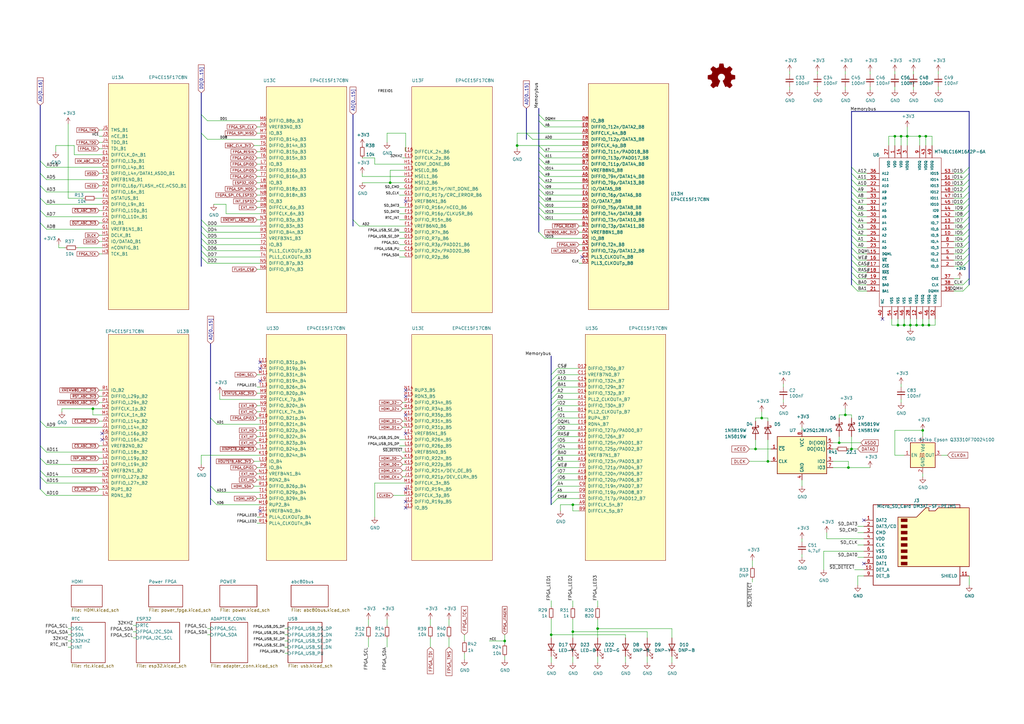
<source format=kicad_sch>
(kicad_sch (version 20211123) (generator eeschema)

  (uuid 6d7ff8c0-8a2a-4636-844f-c7210ff3e6f2)

  (paper "A3")

  (title_block
    (title "MAX80")
    (date "2021-02-22")
    (rev "0.01")
    (company "Peter o Per")
  )

  

  (junction (at 375.92 133.35) (diameter 0) (color 0 0 0 0)
    (uuid 0a79db37-f1d9-40b1-a24d-8bdfb8f637e2)
  )
  (junction (at 377.19 55.88) (diameter 0) (color 0 0 0 0)
    (uuid 19515fa4-c166-4b6e-837d-c01a89e98000)
  )
  (junction (at 346.71 170.18) (diameter 0) (color 0 0 0 0)
    (uuid 1bb16fed-1537-47fa-90f6-8dc136da5d16)
  )
  (junction (at 378.46 176.53) (diameter 0) (color 0 0 0 0)
    (uuid 1cbbfee4-06dd-44ee-af91-d336edf2459c)
  )
  (junction (at 369.57 55.88) (diameter 0) (color 0 0 0 0)
    (uuid 23345f3e-d08d-4834-b1dc-64de02569916)
  )
  (junction (at 312.42 171.45) (diameter 0) (color 0 0 0 0)
    (uuid 24d3ee68-60f0-4c8a-a72b-065f1026fd87)
  )
  (junction (at 370.84 133.35) (diameter 0) (color 0 0 0 0)
    (uuid 2f5467a7-bd49-433c-92f2-60a842e66f7b)
  )
  (junction (at 347.98 191.77) (diameter 0) (color 0 0 0 0)
    (uuid 3273ec61-4a33-41c2-82bf-cde7c8587c1b)
  )
  (junction (at 234.95 259.08) (diameter 0) (color 0 0 0 0)
    (uuid 4223805d-8db1-4df1-b73a-3d99f37f1701)
  )
  (junction (at 368.3 133.35) (diameter 0) (color 0 0 0 0)
    (uuid 47484446-e64c-4a82-88af-15de92cf6ad4)
  )
  (junction (at 160.02 74.93) (diameter 0) (color 0 0 0 0)
    (uuid 5fc4054a-b929-433e-a947-747fb7ed003d)
  )
  (junction (at 234.95 207.01) (diameter 0) (color 0 0 0 0)
    (uuid 758f4e53-9507-488a-960b-2e8e487b7ac8)
  )
  (junction (at 367.03 55.88) (diameter 0) (color 0 0 0 0)
    (uuid 799d9f4a-bb6b-44d5-9f4c-3a30db59943d)
  )
  (junction (at 314.96 189.23) (diameter 0) (color 0 0 0 0)
    (uuid 7b8f4734-c91c-4c35-bc25-8ba9e0a60f64)
  )
  (junction (at 378.46 133.35) (diameter 0) (color 0 0 0 0)
    (uuid 80ace02d-cb21-4f08-bc25-572a9e56ff99)
  )
  (junction (at 38.1 167.64) (diameter 0) (color 0 0 0 0)
    (uuid 8aab4608-39e8-491a-83a8-7194f36094f1)
  )
  (junction (at 381 133.35) (diameter 0) (color 0 0 0 0)
    (uuid a09cb1c4-cc63-49c7-a35f-4b80c3ba2217)
  )
  (junction (at 372.11 55.88) (diameter 0) (color 0 0 0 0)
    (uuid a12b751e-ae7a-468c-af3d-31ed4d501b01)
  )
  (junction (at 245.11 257.81) (diameter 0) (color 0 0 0 0)
    (uuid b2cac11a-5f3b-43d7-88e5-8d0241ac6453)
  )
  (junction (at 226.06 260.35) (diameter 0) (color 0 0 0 0)
    (uuid b70f4be0-be81-40f1-b237-a16be3740211)
  )
  (junction (at 373.38 133.35) (diameter 0) (color 0 0 0 0)
    (uuid bcacf97a-a49b-480c-96ed-a857f56faeb2)
  )
  (junction (at 379.73 55.88) (diameter 0) (color 0 0 0 0)
    (uuid cd48b13f-c989-4ac1-a7f0-053afcd77527)
  )
  (junction (at 344.17 181.61) (diameter 0) (color 0 0 0 0)
    (uuid d316b729-072f-4d15-a495-cbeb8407aea0)
  )
  (junction (at 309.88 184.15) (diameter 0) (color 0 0 0 0)
    (uuid d37a42c4-6950-4517-b4dd-96056acf0925)
  )
  (junction (at 207.01 262.89) (diameter 0) (color 0 0 0 0)
    (uuid d433e10e-a10c-42c7-9409-f756ab1084a2)
  )
  (junction (at 212.09 59.69) (diameter 0) (color 0 0 0 0)
    (uuid d7de2887-c7b2-4bb7-a339-632f4f906224)
  )
  (junction (at 349.25 184.15) (diameter 0) (color 0 0 0 0)
    (uuid ec1ade12-3e4c-4517-be56-01c5cfbeed11)
  )

  (no_connect (at 41.91 180.34) (uuid 0ea0e524-3bbd-4f05-896d-54b702c204b2))
  (no_connect (at 354.33 231.14) (uuid 2276bf47-b441-4aa2-ba22-8213875ce0ee))
  (no_connect (at 238.76 105.41) (uuid 25ca9482-069d-43de-b77e-6f2ad77fa017))
  (no_connect (at 354.33 213.36) (uuid 2af1d271-3c6a-476d-8eba-6b2aab466da3))
  (no_connect (at 166.37 162.56) (uuid 40800b4d-424c-4738-8041-4662989d2010))
  (no_connect (at 166.37 200.66) (uuid 524dc8d0-13b4-43fe-b274-8ac08bc4b894))
  (no_connect (at 41.91 177.8) (uuid 62af6e3c-7d06-438a-b62f-014ae3262ea1))
  (no_connect (at 166.37 160.02) (uuid 6c715627-9fe9-4566-9325-aed34f2a0ebd))
  (no_connect (at 166.37 208.28) (uuid 7401f61b-dc36-4f5a-ba3e-b101a22bf1fc))
  (no_connect (at 106.68 209.55) (uuid 7fc6eda3-a41a-4ab9-935d-37e18cb30594))
  (no_connect (at 106.68 148.59) (uuid 7fd11519-eb9e-4413-8ca2-e43e38c699f6))
  (no_connect (at 106.68 156.21) (uuid 8527ef2e-5212-4629-b6f5-b0130ab61dab))
  (no_connect (at 166.37 177.8) (uuid 969d876f-dc87-40bf-9e96-03cbb9ea5e82))
  (no_connect (at 166.37 82.55) (uuid a5dfaf18-d33f-45c4-b76f-2a5051ec9118))
  (no_connect (at 166.37 170.18) (uuid a67b97a6-51fd-4a32-8231-3fd10436b6ab))
  (no_connect (at 361.95 130.81) (uuid a7c83b25-afbd-4974-8870-387db8f81a5c))
  (no_connect (at 106.68 151.13) (uuid eecd895d-4aa1-458c-8512-c9957fd00fad))
  (no_connect (at 166.37 205.74) (uuid fc052ac4-77ec-4901-baf8-c95f94903836))

  (bus_entry (at 82.55 46.99) (size 2.54 2.54)
    (stroke (width 0) (type default) (color 0 0 0 0))
    (uuid 0208dcec-5844-41d6-8382-4437ac8ac82d)
  )
  (bus_entry (at 16.51 71.12) (size 2.54 2.54)
    (stroke (width 0) (type default) (color 0 0 0 0))
    (uuid 0588e431-d56d-4df4-9ffd-6cd4bba412cb)
  )
  (bus_entry (at 228.6 151.13) (size -2.54 2.54)
    (stroke (width 0) (type default) (color 0 0 0 0))
    (uuid 073c8287-235c-4712-a9a0-60a07a1119d5)
  )
  (bus_entry (at 220.98 72.39) (size 2.54 2.54)
    (stroke (width 0) (type default) (color 0 0 0 0))
    (uuid 086ab04d-4086-427c-992f-819b91a9021d)
  )
  (bus_entry (at 228.6 176.53) (size -2.54 2.54)
    (stroke (width 0) (type default) (color 0 0 0 0))
    (uuid 08ac4c42-16f0-4513-b91e-bf0b3a111257)
  )
  (bus_entry (at 228.6 166.37) (size -2.54 2.54)
    (stroke (width 0) (type default) (color 0 0 0 0))
    (uuid 09ab0b5c-3dee-42c8-b9e5-de0673874ccd)
  )
  (bus_entry (at 16.51 187.96) (size 2.54 2.54)
    (stroke (width 0) (type default) (color 0 0 0 0))
    (uuid 0ab1512b-eb91-4574-b11f-326e0ff10082)
  )
  (bus_entry (at 349.25 78.74) (size 2.54 2.54)
    (stroke (width 0) (type default) (color 0 0 0 0))
    (uuid 0c9bbc06-f1c0-4359-8448-9c515b32a886)
  )
  (bus_entry (at 228.6 201.93) (size -2.54 2.54)
    (stroke (width 0) (type default) (color 0 0 0 0))
    (uuid 0e18138e-f1a3-4288-bb34-3b6bcfb64ff6)
  )
  (bus_entry (at 16.51 195.58) (size 2.54 2.54)
    (stroke (width 0) (type default) (color 0 0 0 0))
    (uuid 0e416ef5-3e03-4fa4-b2a6-3ab634a5ee03)
  )
  (bus_entry (at 394.97 116.84) (size 2.54 -2.54)
    (stroke (width 0) (type default) (color 0 0 0 0))
    (uuid 0ff398d7-e6e2-4972-a7a4-438407886f34)
  )
  (bus_entry (at 228.6 184.15) (size -2.54 2.54)
    (stroke (width 0) (type default) (color 0 0 0 0))
    (uuid 133d5403-9be3-4603-824b-d3b76147e745)
  )
  (bus_entry (at 349.25 73.66) (size 2.54 2.54)
    (stroke (width 0) (type default) (color 0 0 0 0))
    (uuid 1527299a-08b3-47c3-929f-a75c83be365e)
  )
  (bus_entry (at 82.55 105.41) (size 2.54 2.54)
    (stroke (width 0) (type default) (color 0 0 0 0))
    (uuid 1569382e-a4f5-4166-a19c-b78580f8c980)
  )
  (bus_entry (at 228.6 191.77) (size -2.54 2.54)
    (stroke (width 0) (type default) (color 0 0 0 0))
    (uuid 15a0f067-831a-4ddb-bdef-5fb7df267d8f)
  )
  (bus_entry (at 220.98 95.25) (size 2.54 2.54)
    (stroke (width 0) (type default) (color 0 0 0 0))
    (uuid 18b6dcb6-5ab3-481b-b998-33e8cf6d281f)
  )
  (bus_entry (at 394.97 119.38) (size 2.54 -2.54)
    (stroke (width 0) (type default) (color 0 0 0 0))
    (uuid 18dee026-9999-4f10-8c36-736131349406)
  )
  (bus_entry (at 228.6 153.67) (size -2.54 2.54)
    (stroke (width 0) (type default) (color 0 0 0 0))
    (uuid 19264aae-fe9e-4afc-84ac-56ec33a3b20d)
  )
  (bus_entry (at 228.6 194.31) (size -2.54 2.54)
    (stroke (width 0) (type default) (color 0 0 0 0))
    (uuid 1ab4dceb-24cc-4050-aa74-e8fbb39d3760)
  )
  (bus_entry (at 349.25 106.68) (size 2.54 2.54)
    (stroke (width 0) (type default) (color 0 0 0 0))
    (uuid 251669f2-aed1-46fe-b2e4-9582ff1e4084)
  )
  (bus_entry (at 220.98 49.53) (size 2.54 2.54)
    (stroke (width 0) (type default) (color 0 0 0 0))
    (uuid 25b39db8-8576-4473-b331-b912323e85f4)
  )
  (bus_entry (at 16.51 182.88) (size 2.54 2.54)
    (stroke (width 0) (type default) (color 0 0 0 0))
    (uuid 29ec1a54-dea0-4d1a-a3dc-a7441a09bb9e)
  )
  (bus_entry (at 228.6 158.75) (size -2.54 2.54)
    (stroke (width 0) (type default) (color 0 0 0 0))
    (uuid 2b7c4f37-42c0-4571-a44b-b808484d3d74)
  )
  (bus_entry (at 349.25 101.6) (size 2.54 2.54)
    (stroke (width 0) (type default) (color 0 0 0 0))
    (uuid 311665d9-0fab-4325-8b46-f3638bf521df)
  )
  (bus_entry (at 349.25 104.14) (size 2.54 2.54)
    (stroke (width 0) (type default) (color 0 0 0 0))
    (uuid 3198b8ca-7d11-4e0c-89a4-c173f9fcf724)
  )
  (bus_entry (at 394.97 93.98) (size 2.54 -2.54)
    (stroke (width 0) (type default) (color 0 0 0 0))
    (uuid 348dc703-3cab-4547-b664-e8b335a6083c)
  )
  (bus_entry (at 228.6 163.83) (size -2.54 2.54)
    (stroke (width 0) (type default) (color 0 0 0 0))
    (uuid 35431843-170f-401f-88d7-da91172bed86)
  )
  (bus_entry (at 226.06 189.23) (size 2.54 -2.54)
    (stroke (width 0) (type default) (color 0 0 0 0))
    (uuid 3675ad1a-972f-4046-b23a-e6ca04304035)
  )
  (bus_entry (at 82.55 92.71) (size 2.54 2.54)
    (stroke (width 0) (type default) (color 0 0 0 0))
    (uuid 376a6f44-cf22-4d88-ac13-30f83803795f)
  )
  (bus_entry (at 220.98 82.55) (size 2.54 2.54)
    (stroke (width 0) (type default) (color 0 0 0 0))
    (uuid 3b450865-b2ef-4d25-9b34-4d42975b5e24)
  )
  (bus_entry (at 394.97 76.2) (size 2.54 -2.54)
    (stroke (width 0) (type default) (color 0 0 0 0))
    (uuid 3c121a93-b189-409b-a104-2bdd37ff0b51)
  )
  (bus_entry (at 349.25 99.06) (size 2.54 2.54)
    (stroke (width 0) (type default) (color 0 0 0 0))
    (uuid 3c3e06bd-c8bb-4ec8-84e0-f7f9437909b3)
  )
  (bus_entry (at 349.25 111.76) (size 2.54 2.54)
    (stroke (width 0) (type default) (color 0 0 0 0))
    (uuid 3c646c61-400f-4f60-98b8-05ed5e632a3f)
  )
  (bus_entry (at 349.25 83.82) (size 2.54 2.54)
    (stroke (width 0) (type default) (color 0 0 0 0))
    (uuid 3d416885-b8b5-4f5c-bc29-39c6376095e8)
  )
  (bus_entry (at 394.97 106.68) (size 2.54 -2.54)
    (stroke (width 0) (type default) (color 0 0 0 0))
    (uuid 3f1ab70d-3263-42b5-9c61-0360188ff2b7)
  )
  (bus_entry (at 220.98 59.69) (size 2.54 2.54)
    (stroke (width 0) (type default) (color 0 0 0 0))
    (uuid 40962e92-90b6-487d-b0dc-0a6c42b5ebc2)
  )
  (bus_entry (at 220.98 67.31) (size 2.54 2.54)
    (stroke (width 0) (type default) (color 0 0 0 0))
    (uuid 42b7a68a-3837-4773-af68-a35059da48c3)
  )
  (bus_entry (at 16.51 172.72) (size 2.54 2.54)
    (stroke (width 0) (type default) (color 0 0 0 0))
    (uuid 4c4b4317-29d0-438a-b331-525ede18773a)
  )
  (bus_entry (at 349.25 88.9) (size 2.54 2.54)
    (stroke (width 0) (type default) (color 0 0 0 0))
    (uuid 4d967454-338c-4b89-8534-9457e15bf2f2)
  )
  (bus_entry (at 228.6 179.07) (size -2.54 2.54)
    (stroke (width 0) (type default) (color 0 0 0 0))
    (uuid 4fc3183f-297c-42b7-b3bd-25a9ea18c844)
  )
  (bus_entry (at 220.98 77.47) (size 2.54 2.54)
    (stroke (width 0) (type default) (color 0 0 0 0))
    (uuid 51bdd1cb-8a01-4b1c-940a-3ff4dd1de87c)
  )
  (bus_entry (at 16.51 86.36) (size 2.54 2.54)
    (stroke (width 0) (type default) (color 0 0 0 0))
    (uuid 57121f1d-c971-4830-b974-00f7d706f0c9)
  )
  (bus_entry (at 349.25 76.2) (size 2.54 2.54)
    (stroke (width 0) (type default) (color 0 0 0 0))
    (uuid 58a87288-e2bf-4c88-9871-a753efc69e9d)
  )
  (bus_entry (at 220.98 74.93) (size 2.54 2.54)
    (stroke (width 0) (type default) (color 0 0 0 0))
    (uuid 59246647-4e57-4b5f-9f1e-b0cc1fb90bb2)
  )
  (bus_entry (at 215.9 54.61) (size 2.54 2.54)
    (stroke (width 0) (type default) (color 0 0 0 0))
    (uuid 5a63aa46-8c18-43d5-8def-1c886562be17)
  )
  (bus_entry (at 220.98 69.85) (size 2.54 2.54)
    (stroke (width 0) (type default) (color 0 0 0 0))
    (uuid 5aa0e472-160b-49ac-864f-0fa7cd9cf9b0)
  )
  (bus_entry (at 349.25 96.52) (size 2.54 2.54)
    (stroke (width 0) (type default) (color 0 0 0 0))
    (uuid 5eedf685-0df3-4da8-aded-0e6ed1cb2507)
  )
  (bus_entry (at 220.98 85.09) (size 2.54 2.54)
    (stroke (width 0) (type default) (color 0 0 0 0))
    (uuid 6025c071-1487-4c03-a645-f67437519813)
  )
  (bus_entry (at 82.55 90.17) (size 2.54 2.54)
    (stroke (width 0) (type default) (color 0 0 0 0))
    (uuid 664ea685-f665-4315-aadf-581a656f41df)
  )
  (bus_entry (at 394.97 71.12) (size 2.54 -2.54)
    (stroke (width 0) (type default) (color 0 0 0 0))
    (uuid 6b8ac91e-9d2b-49db-8a80-1da009ad1c5e)
  )
  (bus_entry (at 394.97 99.06) (size 2.54 -2.54)
    (stroke (width 0) (type default) (color 0 0 0 0))
    (uuid 6f5a9f10-1b2c-4916-b4e5-cb5bd0f851a0)
  )
  (bus_entry (at 228.6 196.85) (size -2.54 2.54)
    (stroke (width 0) (type default) (color 0 0 0 0))
    (uuid 6f78c1fb-f693-4737-b750-74e50c35a564)
  )
  (bus_entry (at 228.6 161.29) (size -2.54 2.54)
    (stroke (width 0) (type default) (color 0 0 0 0))
    (uuid 6fddc16f-ccc1-4ade-884c-d6efda461da8)
  )
  (bus_entry (at 16.51 193.04) (size 2.54 2.54)
    (stroke (width 0) (type default) (color 0 0 0 0))
    (uuid 751752b1-1f0f-490c-ba43-2d34c357b41e)
  )
  (bus_entry (at 16.51 91.44) (size 2.54 2.54)
    (stroke (width 0) (type default) (color 0 0 0 0))
    (uuid 7c3df708-fb44-40cc-b435-cd67e8cec48a)
  )
  (bus_entry (at 220.98 80.01) (size 2.54 2.54)
    (stroke (width 0) (type default) (color 0 0 0 0))
    (uuid 7cc510d9-2339-42a7-bb31-eff1142f0636)
  )
  (bus_entry (at 394.97 96.52) (size 2.54 -2.54)
    (stroke (width 0) (type default) (color 0 0 0 0))
    (uuid 7d2eba81-aa80-4257-a5a7-9a6179da897e)
  )
  (bus_entry (at 228.6 156.21) (size -2.54 2.54)
    (stroke (width 0) (type default) (color 0 0 0 0))
    (uuid 7e232027-e1fd-4d55-a751-dd67130d7d22)
  )
  (bus_entry (at 349.25 86.36) (size 2.54 2.54)
    (stroke (width 0) (type default) (color 0 0 0 0))
    (uuid 7eb32ed1-4320-49ba-8487-1c88e4824fe3)
  )
  (bus_entry (at 349.25 109.22) (size 2.54 2.54)
    (stroke (width 0) (type default) (color 0 0 0 0))
    (uuid 8aeda7bd-b078-427a-a185-d5bc595c6436)
  )
  (bus_entry (at 349.25 91.44) (size 2.54 2.54)
    (stroke (width 0) (type default) (color 0 0 0 0))
    (uuid 90fd611c-300b-48cf-a7c4-0d604953cd00)
  )
  (bus_entry (at 226.06 173.99) (size 2.54 -2.54)
    (stroke (width 0) (type default) (color 0 0 0 0))
    (uuid 92ec60c8-e914-4456-8d37-4b88fc0eb9c6)
  )
  (bus_entry (at 16.51 76.2) (size 2.54 2.54)
    (stroke (width 0) (type default) (color 0 0 0 0))
    (uuid 934c5f28-c928-4621-8122-b999b3ed10dd)
  )
  (bus_entry (at 394.97 86.36) (size 2.54 -2.54)
    (stroke (width 0) (type default) (color 0 0 0 0))
    (uuid 94c3d0e3-d7fb-421d-bbb4-5c800d76c809)
  )
  (bus_entry (at 349.25 116.84) (size 2.54 2.54)
    (stroke (width 0) (type default) (color 0 0 0 0))
    (uuid 961b4579-9ee8-407a-89a7-81f36f1ad865)
  )
  (bus_entry (at 394.97 83.82) (size 2.54 -2.54)
    (stroke (width 0) (type default) (color 0 0 0 0))
    (uuid 9a595c4c-9ac1-4ae3-8ff3-1b7f2281a894)
  )
  (bus_entry (at 394.97 78.74) (size 2.54 -2.54)
    (stroke (width 0) (type default) (color 0 0 0 0))
    (uuid 9b07d532-5f76-4469-8dbf-25ac27eef589)
  )
  (bus_entry (at 228.6 181.61) (size -2.54 2.54)
    (stroke (width 0) (type default) (color 0 0 0 0))
    (uuid 9b315454-a4a0-4952-bdbe-d4a8e96c16f9)
  )
  (bus_entry (at 144.78 90.17) (size 2.54 2.54)
    (stroke (width 0) (type default) (color 0 0 0 0))
    (uuid 9c5b8388-0c5b-43a4-a3f4-d7cd72b89084)
  )
  (bus_entry (at 86.36 171.45) (size 2.54 2.54)
    (stroke (width 0) (type default) (color 0 0 0 0))
    (uuid 9fbabfd5-5316-4dcb-8d99-3c53b9c69880)
  )
  (bus_entry (at 394.97 81.28) (size 2.54 -2.54)
    (stroke (width 0) (type default) (color 0 0 0 0))
    (uuid a26bdee6-0e16-4ea6-87f7-fb32c714896e)
  )
  (bus_entry (at 82.55 97.79) (size 2.54 2.54)
    (stroke (width 0) (type default) (color 0 0 0 0))
    (uuid a6694369-d7a9-41d0-a88e-8a3c16982564)
  )
  (bus_entry (at 394.97 109.22) (size 2.54 -2.54)
    (stroke (width 0) (type default) (color 0 0 0 0))
    (uuid aa0466c6-766f-4bb4-abf1-502a6a06f91d)
  )
  (bus_entry (at 349.25 71.12) (size 2.54 2.54)
    (stroke (width 0) (type default) (color 0 0 0 0))
    (uuid aa288a22-ea1d-474d-8dae-efe971580843)
  )
  (bus_entry (at 349.25 81.28) (size 2.54 2.54)
    (stroke (width 0) (type default) (color 0 0 0 0))
    (uuid b606e532-e4c7-444d-b9ff-879f52cfde92)
  )
  (bus_entry (at 220.98 62.23) (size 2.54 2.54)
    (stroke (width 0) (type default) (color 0 0 0 0))
    (uuid b7340f23-0eaa-48ae-aea8-b5b53a0ae99a)
  )
  (bus_entry (at 86.36 204.47) (size 2.54 2.54)
    (stroke (width 0) (type default) (color 0 0 0 0))
    (uuid b8eb5c02-d344-4431-a592-0e7ad9f9a78f)
  )
  (bus_entry (at 228.6 199.39) (size -2.54 2.54)
    (stroke (width 0) (type default) (color 0 0 0 0))
    (uuid bbb99edd-f016-43ea-b1c7-0bcdd1915ee8)
  )
  (bus_entry (at 394.97 101.6) (size 2.54 -2.54)
    (stroke (width 0) (type default) (color 0 0 0 0))
    (uuid bde3f73b-f869-498d-a8d7-18346cb7179e)
  )
  (bus_entry (at 16.51 200.66) (size 2.54 2.54)
    (stroke (width 0) (type default) (color 0 0 0 0))
    (uuid c202ddee-78ab-4ebb-beca-559aaf118430)
  )
  (bus_entry (at 82.55 100.33) (size 2.54 2.54)
    (stroke (width 0) (type default) (color 0 0 0 0))
    (uuid c2564ecf-bd43-431d-b9a2-c7be54487485)
  )
  (bus_entry (at 394.97 73.66) (size 2.54 -2.54)
    (stroke (width 0) (type default) (color 0 0 0 0))
    (uuid c7f7bd58-1ebd-40fd-a39d-a95530a751b6)
  )
  (bus_entry (at 82.55 102.87) (size 2.54 2.54)
    (stroke (width 0) (type default) (color 0 0 0 0))
    (uuid d1f81642-eb3a-4277-b357-9cbb5a3aa5ac)
  )
  (bus_entry (at 16.51 66.04) (size 2.54 2.54)
    (stroke (width 0) (type default) (color 0 0 0 0))
    (uuid d26fce45-c1d6-42bc-931d-972bf3799097)
  )
  (bus_entry (at 394.97 104.14) (size 2.54 -2.54)
    (stroke (width 0) (type default) (color 0 0 0 0))
    (uuid d2db53d0-2821-4ebe-bf21-b864eac8ca44)
  )
  (bus_entry (at 394.97 91.44) (size 2.54 -2.54)
    (stroke (width 0) (type default) (color 0 0 0 0))
    (uuid d6040293-95f0-436a-938c-ad69875a4be8)
  )
  (bus_entry (at 349.25 114.3) (size 2.54 2.54)
    (stroke (width 0) (type default) (color 0 0 0 0))
    (uuid d70d1cd3-1668-4688-8eb7-f773efb7bb87)
  )
  (bus_entry (at 228.6 204.47) (size -2.54 2.54)
    (stroke (width 0) (type default) (color 0 0 0 0))
    (uuid d9198b20-68ab-4f03-9039-95a74aeba0d6)
  )
  (bus_entry (at 228.6 189.23) (size -2.54 2.54)
    (stroke (width 0) (type default) (color 0 0 0 0))
    (uuid de5c2064-b9e1-4057-a8cc-9308019ef4d3)
  )
  (bus_entry (at 82.55 95.25) (size 2.54 2.54)
    (stroke (width 0) (type default) (color 0 0 0 0))
    (uuid df3e0d78-29b1-4811-9600-571610f4b8a8)
  )
  (bus_entry (at 220.98 64.77) (size 2.54 2.54)
    (stroke (width 0) (type default) (color 0 0 0 0))
    (uuid dfa2c928-7d9a-4cd3-90db-112716296421)
  )
  (bus_entry (at 228.6 168.91) (size -2.54 2.54)
    (stroke (width 0) (type default) (color 0 0 0 0))
    (uuid e0781b80-6f1b-4d08-b53f-b7d3f582e2ea)
  )
  (bus_entry (at 82.55 54.61) (size 2.54 2.54)
    (stroke (width 0) (type default) (color 0 0 0 0))
    (uuid e3903eeb-8b72-4b40-a088-cbbba270c01b)
  )
  (bus_entry (at 86.36 199.39) (size 2.54 2.54)
    (stroke (width 0) (type default) (color 0 0 0 0))
    (uuid e7f989f7-95da-4be3-9e33-743523ae1ee0)
  )
  (bus_entry (at 349.25 68.58) (size 2.54 2.54)
    (stroke (width 0) (type default) (color 0 0 0 0))
    (uuid e9a9fba3-7cfa-45ca-926c-a5a8ecd7e3a4)
  )
  (bus_entry (at 394.97 88.9) (size 2.54 -2.54)
    (stroke (width 0) (type default) (color 0 0 0 0))
    (uuid ea28e946-b74f-4ba8-ac7b-b1884c5e7296)
  )
  (bus_entry (at 16.51 81.28) (size 2.54 2.54)
    (stroke (width 0) (type default) (color 0 0 0 0))
    (uuid ea8efd53-9e19-4e37-86f5-e6c0c681f735)
  )
  (bus_entry (at 226.06 176.53) (size 2.54 -2.54)
    (stroke (width 0) (type default) (color 0 0 0 0))
    (uuid edb2db40-12f7-45b3-a514-2a1299ac0231)
  )
  (bus_entry (at 220.98 87.63) (size 2.54 2.54)
    (stroke (width 0) (type default) (color 0 0 0 0))
    (uuid fa16f237-4e21-4b18-8c54-f7de4e62bbb6)
  )
  (bus_entry (at 349.25 93.98) (size 2.54 2.54)
    (stroke (width 0) (type default) (color 0 0 0 0))
    (uuid fc4f0835-889b-4d2e-876e-ca524c79ae62)
  )
  (bus_entry (at 220.98 46.99) (size 2.54 2.54)
    (stroke (width 0) (type default) (color 0 0 0 0))
    (uuid ffde4898-4c0e-4c24-bd8c-aadcd7279172)
  )

  (wire (pts (xy 237.49 107.95) (xy 238.76 107.95))
    (stroke (width 0) (type default) (color 0 0 0 0))
    (uuid 00e39da0-4b3e-4884-a91e-86d729914953)
  )
  (bus (pts (xy 349.25 101.6) (xy 349.25 104.14))
    (stroke (width 0) (type default) (color 0 0 0 0))
    (uuid 014fd689-fe01-4a73-ac80-3c226a12a5bc)
  )
  (bus (pts (xy 226.06 191.77) (xy 226.06 194.31))
    (stroke (width 0) (type default) (color 0 0 0 0))
    (uuid 02879dbe-eeb5-4a9a-a50e-ab49eebaa379)
  )

  (wire (pts (xy 163.83 77.47) (xy 166.37 77.47))
    (stroke (width 0) (type default) (color 0 0 0 0))
    (uuid 02b1295e-cf95-47ff-9c57-f8ada28f2e94)
  )
  (bus (pts (xy 349.25 111.76) (xy 349.25 114.3))
    (stroke (width 0) (type default) (color 0 0 0 0))
    (uuid 031a6158-41bb-434c-9952-f633292a0643)
  )

  (wire (pts (xy 85.09 102.87) (xy 106.68 102.87))
    (stroke (width 0) (type default) (color 0 0 0 0))
    (uuid 037a257a-ceb2-409c-ab24-48a743172dae)
  )
  (wire (pts (xy 351.79 236.22) (xy 351.79 240.03))
    (stroke (width 0) (type default) (color 0 0 0 0))
    (uuid 0452da17-4ccf-4bdc-9fc3-b0a09600bd55)
  )
  (bus (pts (xy 82.55 100.33) (xy 82.55 102.87))
    (stroke (width 0) (type default) (color 0 0 0 0))
    (uuid 0536025a-6414-4951-bfd6-905537685d7e)
  )

  (wire (pts (xy 245.11 246.38) (xy 245.11 248.92))
    (stroke (width 0) (type default) (color 0 0 0 0))
    (uuid 054f8e07-0141-451f-a3c4-ea786b83b680)
  )
  (wire (pts (xy 212.09 54.61) (xy 215.9 54.61))
    (stroke (width 0) (type default) (color 0 0 0 0))
    (uuid 05c4a04b-0442-4e18-9747-3d9fc4a562fe)
  )
  (wire (pts (xy 349.25 184.15) (xy 351.79 184.15))
    (stroke (width 0) (type default) (color 0 0 0 0))
    (uuid 064853d1-fee5-4dc2-a187-8cbdd26d3919)
  )
  (wire (pts (xy 105.41 153.67) (xy 106.68 153.67))
    (stroke (width 0) (type default) (color 0 0 0 0))
    (uuid 0667208e-872f-444a-9ed0-78a1b5f392d2)
  )
  (wire (pts (xy 391.16 83.82) (xy 394.97 83.82))
    (stroke (width 0) (type default) (color 0 0 0 0))
    (uuid 07652224-af43-42a2-841c-1883ba305bc4)
  )
  (wire (pts (xy 350.52 233.68) (xy 354.33 233.68))
    (stroke (width 0) (type default) (color 0 0 0 0))
    (uuid 0774b60f-e343-428b-9125-3ca983239ad5)
  )
  (bus (pts (xy 349.25 68.58) (xy 349.25 71.12))
    (stroke (width 0) (type default) (color 0 0 0 0))
    (uuid 0821495a-eabb-4e98-9f5d-a59cd0bdb233)
  )

  (wire (pts (xy 116.84 257.81) (xy 118.11 257.81))
    (stroke (width 0) (type default) (color 0 0 0 0))
    (uuid 09741e1c-c412-4f50-b5b7-03d5820a1bad)
  )
  (wire (pts (xy 105.41 196.85) (xy 106.68 196.85))
    (stroke (width 0) (type default) (color 0 0 0 0))
    (uuid 098afe52-27f0-4ec0-bf39-4eb766d2a851)
  )
  (wire (pts (xy 256.54 269.24) (xy 256.54 271.78))
    (stroke (width 0) (type default) (color 0 0 0 0))
    (uuid 0a2d185c-629f-461f-8b6b-f91f1894e6ba)
  )
  (wire (pts (xy 321.31 163.83) (xy 321.31 165.1))
    (stroke (width 0) (type default) (color 0 0 0 0))
    (uuid 0b43a8fb-b3d3-4444-a4b0-cf952c07dcfe)
  )
  (wire (pts (xy 207.01 269.24) (xy 207.01 270.51))
    (stroke (width 0) (type default) (color 0 0 0 0))
    (uuid 0ba3fcf8-07bd-443d-be28-f69a4ad80df4)
  )
  (wire (pts (xy 369.57 55.88) (xy 372.11 55.88))
    (stroke (width 0) (type default) (color 0 0 0 0))
    (uuid 0d095387-710d-4633-a6c3-04eab60b585a)
  )
  (wire (pts (xy 223.52 62.23) (xy 238.76 62.23))
    (stroke (width 0) (type default) (color 0 0 0 0))
    (uuid 0d32fbdb-2a37-4863-af10-fc85c1c6174f)
  )
  (wire (pts (xy 92.71 87.63) (xy 106.68 87.63))
    (stroke (width 0) (type default) (color 0 0 0 0))
    (uuid 0dcb5ab5-f291-489d-b2bc-0f0b25b801ee)
  )
  (wire (pts (xy 237.49 100.33) (xy 238.76 100.33))
    (stroke (width 0) (type default) (color 0 0 0 0))
    (uuid 0de7d0e7-c8d5-482b-8e8a-d56acfc6ebd8)
  )
  (wire (pts (xy 105.41 77.47) (xy 106.68 77.47))
    (stroke (width 0) (type default) (color 0 0 0 0))
    (uuid 0df798c0-963e-4340-a737-18e50763521e)
  )
  (wire (pts (xy 351.79 96.52) (xy 355.6 96.52))
    (stroke (width 0) (type default) (color 0 0 0 0))
    (uuid 0e592cd4-1950-44ef-9727-8e526f4c4e12)
  )
  (bus (pts (xy 226.06 204.47) (xy 226.06 207.01))
    (stroke (width 0) (type default) (color 0 0 0 0))
    (uuid 0e5b0074-540c-4a44-9a74-437e915bfe17)
  )

  (wire (pts (xy 344.17 170.18) (xy 346.71 170.18))
    (stroke (width 0) (type default) (color 0 0 0 0))
    (uuid 0fffb828-f291-41d3-a83c-4eaa3df13f3a)
  )
  (wire (pts (xy 184.15 254) (xy 184.15 256.54))
    (stroke (width 0) (type default) (color 0 0 0 0))
    (uuid 100847e3-630c-4c13-ba45-180e92370805)
  )
  (wire (pts (xy 245.11 257.81) (xy 275.59 257.81))
    (stroke (width 0) (type default) (color 0 0 0 0))
    (uuid 10e5ae6d-e43e-4ff8-abc5-fd9df16782da)
  )
  (wire (pts (xy 105.41 110.49) (xy 106.68 110.49))
    (stroke (width 0) (type default) (color 0 0 0 0))
    (uuid 11547ba3-d459-4ced-9333-92979d5b86e1)
  )
  (wire (pts (xy 351.79 104.14) (xy 355.6 104.14))
    (stroke (width 0) (type default) (color 0 0 0 0))
    (uuid 11c7c8d4-4c4b-4330-bb59-1eec2e98b255)
  )
  (wire (pts (xy 105.41 212.09) (xy 106.68 212.09))
    (stroke (width 0) (type default) (color 0 0 0 0))
    (uuid 11cae898-6e02-4314-87c3-bfa88f249303)
  )
  (wire (pts (xy 228.6 191.77) (xy 237.49 191.77))
    (stroke (width 0) (type default) (color 0 0 0 0))
    (uuid 12721b60-b423-4830-af94-c68b76872f05)
  )
  (wire (pts (xy 105.41 168.91) (xy 106.68 168.91))
    (stroke (width 0) (type default) (color 0 0 0 0))
    (uuid 1558a593-7554-4709-a27f-f70400a2199d)
  )
  (wire (pts (xy 375.92 133.35) (xy 378.46 133.35))
    (stroke (width 0) (type default) (color 0 0 0 0))
    (uuid 188eabba-12a3-47b7-9be1-03f0c5a948eb)
  )
  (bus (pts (xy 397.51 78.74) (xy 397.51 81.28))
    (stroke (width 0) (type default) (color 0 0 0 0))
    (uuid 18af1d88-91db-4163-9359-d7124e411ab6)
  )

  (wire (pts (xy 328.93 227.33) (xy 328.93 228.6))
    (stroke (width 0) (type default) (color 0 0 0 0))
    (uuid 18cf1537-83e6-4374-a277-6e3e21479ab0)
  )
  (bus (pts (xy 226.06 158.75) (xy 226.06 161.29))
    (stroke (width 0) (type default) (color 0 0 0 0))
    (uuid 18dcb17a-d81c-4b8b-8db2-863005a99fab)
  )

  (wire (pts (xy 105.41 194.31) (xy 106.68 194.31))
    (stroke (width 0) (type default) (color 0 0 0 0))
    (uuid 1aaf34a3-282e-4633-82fa-9d6cdf32efbb)
  )
  (wire (pts (xy 347.98 191.77) (xy 341.63 191.77))
    (stroke (width 0) (type default) (color 0 0 0 0))
    (uuid 1ae3634a-f90f-4c6a-8ba7-b38f98d4ccb2)
  )
  (bus (pts (xy 349.25 71.12) (xy 349.25 73.66))
    (stroke (width 0) (type default) (color 0 0 0 0))
    (uuid 1b66f574-96c0-4e05-9e34-7d4bc613a80b)
  )

  (wire (pts (xy 344.17 181.61) (xy 353.06 181.61))
    (stroke (width 0) (type default) (color 0 0 0 0))
    (uuid 1ba3e338-9465-4844-8361-6715d7885c15)
  )
  (bus (pts (xy 397.51 81.28) (xy 397.51 83.82))
    (stroke (width 0) (type default) (color 0 0 0 0))
    (uuid 1c0d02da-5b5c-42ee-b683-56c0e59ebf5f)
  )
  (bus (pts (xy 86.36 140.97) (xy 86.36 171.45))
    (stroke (width 0) (type default) (color 0 0 0 0))
    (uuid 1c4dfe58-85b1-467f-8e9d-bdb7a0d0ca8e)
  )

  (wire (pts (xy 160.02 69.85) (xy 166.37 69.85))
    (stroke (width 0) (type default) (color 0 0 0 0))
    (uuid 1c92f382-4ec3-478f-a1ca-afadd3087787)
  )
  (bus (pts (xy 397.51 93.98) (xy 397.51 96.52))
    (stroke (width 0) (type default) (color 0 0 0 0))
    (uuid 1c9d575b-ff65-4860-bd12-894efe8ae385)
  )

  (wire (pts (xy 228.6 204.47) (xy 237.49 204.47))
    (stroke (width 0) (type default) (color 0 0 0 0))
    (uuid 1d20c966-0439-42a1-b5e3-5e76b52f827f)
  )
  (wire (pts (xy 105.41 80.01) (xy 106.68 80.01))
    (stroke (width 0) (type default) (color 0 0 0 0))
    (uuid 1d6518e1-cfe9-4078-adc2-cf8e6477b5cb)
  )
  (wire (pts (xy 307.34 184.15) (xy 309.88 184.15))
    (stroke (width 0) (type default) (color 0 0 0 0))
    (uuid 1d801ac4-6429-45d9-ad70-9dd82bd9c030)
  )
  (wire (pts (xy 207.01 262.89) (xy 207.01 264.16))
    (stroke (width 0) (type default) (color 0 0 0 0))
    (uuid 207932d1-3fbf-4bd3-8ef6-a6601aaaae72)
  )
  (wire (pts (xy 323.85 29.21) (xy 323.85 30.48))
    (stroke (width 0) (type default) (color 0 0 0 0))
    (uuid 21ca1c08-b8a3-4bdc-9356-70a4d86ee444)
  )
  (wire (pts (xy 105.41 204.47) (xy 106.68 204.47))
    (stroke (width 0) (type default) (color 0 0 0 0))
    (uuid 226f524c-89b4-46ed-86fd-c8ea41059fd4)
  )
  (wire (pts (xy 351.79 88.9) (xy 355.6 88.9))
    (stroke (width 0) (type default) (color 0 0 0 0))
    (uuid 2295a793-dfca-4b86-a3e5-abf1834e2790)
  )
  (wire (pts (xy 234.95 209.55) (xy 237.49 209.55))
    (stroke (width 0) (type default) (color 0 0 0 0))
    (uuid 22fd57c4-481e-4417-b920-694451210da2)
  )
  (wire (pts (xy 40.64 172.72) (xy 41.91 172.72))
    (stroke (width 0) (type default) (color 0 0 0 0))
    (uuid 245a6fb4-6361-4438-82ca-8861d43ca7f5)
  )
  (wire (pts (xy 309.88 180.34) (xy 309.88 184.15))
    (stroke (width 0) (type default) (color 0 0 0 0))
    (uuid 248d15cd-dd0c-425d-94cb-b44ccf865457)
  )
  (wire (pts (xy 148.59 71.12) (xy 148.59 72.39))
    (stroke (width 0) (type default) (color 0 0 0 0))
    (uuid 25247d0c-5910-484b-9651-5750d422a450)
  )
  (bus (pts (xy 226.06 166.37) (xy 226.06 168.91))
    (stroke (width 0) (type default) (color 0 0 0 0))
    (uuid 26a15f37-7ac7-4448-bfb4-f78a37fce015)
  )

  (wire (pts (xy 90.17 163.83) (xy 106.68 163.83))
    (stroke (width 0) (type default) (color 0 0 0 0))
    (uuid 26edc121-4167-44e5-9aaf-65f4ac255233)
  )
  (bus (pts (xy 226.06 163.83) (xy 226.06 166.37))
    (stroke (width 0) (type default) (color 0 0 0 0))
    (uuid 28717230-cde2-4374-9345-a50192a67a85)
  )

  (wire (pts (xy 234.95 259.08) (xy 234.95 261.62))
    (stroke (width 0) (type default) (color 0 0 0 0))
    (uuid 28f921ab-5f55-47f8-b726-02e567145cd5)
  )
  (bus (pts (xy 226.06 179.07) (xy 226.06 181.61))
    (stroke (width 0) (type default) (color 0 0 0 0))
    (uuid 29362189-417c-4468-9232-108cda3b71ea)
  )

  (wire (pts (xy 391.16 116.84) (xy 394.97 116.84))
    (stroke (width 0) (type default) (color 0 0 0 0))
    (uuid 2938bf2d-2d32-4cb0-9d4d-563ea28ffffa)
  )
  (wire (pts (xy 364.49 59.69) (xy 364.49 55.88))
    (stroke (width 0) (type default) (color 0 0 0 0))
    (uuid 29987966-1d19-4068-93f6-a61cdfb40ffa)
  )
  (wire (pts (xy 365.76 133.35) (xy 368.3 133.35))
    (stroke (width 0) (type default) (color 0 0 0 0))
    (uuid 29cd9e70-9b68-44f7-96b2-fe993c246832)
  )
  (wire (pts (xy 228.6 189.23) (xy 237.49 189.23))
    (stroke (width 0) (type default) (color 0 0 0 0))
    (uuid 29f4961c-cbd7-42a0-91e7-8ae77405e061)
  )
  (bus (pts (xy 226.06 156.21) (xy 226.06 158.75))
    (stroke (width 0) (type default) (color 0 0 0 0))
    (uuid 2a1e126f-a9a5-414b-9647-9870ac9981f9)
  )
  (bus (pts (xy 397.51 68.58) (xy 397.51 71.12))
    (stroke (width 0) (type default) (color 0 0 0 0))
    (uuid 2a47e126-8855-40dd-9e4e-56cb5c33cec1)
  )

  (wire (pts (xy 229.87 207.01) (xy 234.95 207.01))
    (stroke (width 0) (type default) (color 0 0 0 0))
    (uuid 2a756062-4e0c-4114-bc6d-4d6635f2d703)
  )
  (bus (pts (xy 16.51 182.88) (xy 16.51 187.96))
    (stroke (width 0) (type default) (color 0 0 0 0))
    (uuid 2ba2153f-5796-496f-8155-2ce7ede27b36)
  )

  (wire (pts (xy 19.05 198.12) (xy 41.91 198.12))
    (stroke (width 0) (type default) (color 0 0 0 0))
    (uuid 2cd2fee2-51b2-4fcd-8c94-c435e6791358)
  )
  (bus (pts (xy 349.25 109.22) (xy 349.25 111.76))
    (stroke (width 0) (type default) (color 0 0 0 0))
    (uuid 2ce4fb29-0ccb-4d7f-a490-6e4518b7173f)
  )

  (wire (pts (xy 339.09 220.98) (xy 354.33 220.98))
    (stroke (width 0) (type default) (color 0 0 0 0))
    (uuid 2dba072b-3aba-4c6e-8dad-0c854cc5ab37)
  )
  (wire (pts (xy 40.64 165.1) (xy 41.91 165.1))
    (stroke (width 0) (type default) (color 0 0 0 0))
    (uuid 2e0f69a6-955c-44f2-af4d-b4ad566ef54b)
  )
  (wire (pts (xy 373.38 133.35) (xy 373.38 134.62))
    (stroke (width 0) (type default) (color 0 0 0 0))
    (uuid 2e1d63b8-5189-41bb-8b6a-c4ada546b2d5)
  )
  (bus (pts (xy 397.51 86.36) (xy 397.51 88.9))
    (stroke (width 0) (type default) (color 0 0 0 0))
    (uuid 2e1fa008-357a-4aac-8cf5-970493fa664d)
  )

  (wire (pts (xy 54.61 259.08) (xy 55.88 259.08))
    (stroke (width 0) (type default) (color 0 0 0 0))
    (uuid 2e6b1f7e-e4c3-43a1-ae90-c85aa40696d5)
  )
  (wire (pts (xy 184.15 261.62) (xy 184.15 265.43))
    (stroke (width 0) (type default) (color 0 0 0 0))
    (uuid 2edc487e-09a5-4e4e-9675-a7b323f56380)
  )
  (wire (pts (xy 370.84 130.81) (xy 370.84 133.35))
    (stroke (width 0) (type default) (color 0 0 0 0))
    (uuid 2f33286e-7553-4442-acf0-23c61fcd6ab0)
  )
  (wire (pts (xy 200.66 262.89) (xy 207.01 262.89))
    (stroke (width 0) (type default) (color 0 0 0 0))
    (uuid 2f8ebbbf-0f11-4a15-9648-1d28e5593127)
  )
  (wire (pts (xy 228.6 161.29) (xy 237.49 161.29))
    (stroke (width 0) (type default) (color 0 0 0 0))
    (uuid 2fe436e0-75bf-42a2-b14a-09df5c2be702)
  )
  (wire (pts (xy 351.79 101.6) (xy 355.6 101.6))
    (stroke (width 0) (type default) (color 0 0 0 0))
    (uuid 300aa512-2f66-4c26-a530-50c091b3a099)
  )
  (bus (pts (xy 226.06 184.15) (xy 226.06 186.69))
    (stroke (width 0) (type default) (color 0 0 0 0))
    (uuid 303645b5-0595-4359-bc0c-fa2e355b9b37)
  )
  (bus (pts (xy 82.55 46.99) (xy 82.55 54.61))
    (stroke (width 0) (type default) (color 0 0 0 0))
    (uuid 30a8d4e5-202c-4d57-80d8-c5f2ad3ce2dd)
  )

  (wire (pts (xy 381 133.35) (xy 381 130.81))
    (stroke (width 0) (type default) (color 0 0 0 0))
    (uuid 315d2b15-cfe6-4672-b3ad-24773f3df12c)
  )
  (wire (pts (xy 105.41 184.15) (xy 106.68 184.15))
    (stroke (width 0) (type default) (color 0 0 0 0))
    (uuid 31e2d26e-842a-4694-a3ae-7642d792727c)
  )
  (wire (pts (xy 378.46 176.53) (xy 378.46 179.07))
    (stroke (width 0) (type default) (color 0 0 0 0))
    (uuid 33891c62-a79f-4243-b776-6be292690ac3)
  )
  (wire (pts (xy 314.96 171.45) (xy 314.96 172.72))
    (stroke (width 0) (type default) (color 0 0 0 0))
    (uuid 34d3baf1-c1a6-463d-a7da-03fde565ea93)
  )
  (bus (pts (xy 82.55 92.71) (xy 82.55 95.25))
    (stroke (width 0) (type default) (color 0 0 0 0))
    (uuid 35328af0-2bbe-4eda-b255-c9bb9c6e435e)
  )

  (wire (pts (xy 105.41 161.29) (xy 106.68 161.29))
    (stroke (width 0) (type default) (color 0 0 0 0))
    (uuid 35e13391-5257-46f3-93a5-87ffd4e862a4)
  )
  (wire (pts (xy 54.61 261.62) (xy 55.88 261.62))
    (stroke (width 0) (type default) (color 0 0 0 0))
    (uuid 36696ac6-2db1-4b52-ae3d-9f3c89d2042f)
  )
  (wire (pts (xy 309.88 184.15) (xy 316.23 184.15))
    (stroke (width 0) (type default) (color 0 0 0 0))
    (uuid 376da264-b219-4ddc-be78-a640bbee3aef)
  )
  (wire (pts (xy 344.17 171.45) (xy 344.17 170.18))
    (stroke (width 0) (type default) (color 0 0 0 0))
    (uuid 3785b88e-f652-4024-afb0-be4c22cdaea8)
  )
  (bus (pts (xy 349.25 88.9) (xy 349.25 91.44))
    (stroke (width 0) (type default) (color 0 0 0 0))
    (uuid 38c0a790-c5fa-4388-a86a-80b1711f9932)
  )

  (wire (pts (xy 38.1 170.18) (xy 41.91 170.18))
    (stroke (width 0) (type default) (color 0 0 0 0))
    (uuid 39125f99-6caa-4e69-9ae5-ca3bd6e3a49c)
  )
  (wire (pts (xy 391.16 81.28) (xy 394.97 81.28))
    (stroke (width 0) (type default) (color 0 0 0 0))
    (uuid 39845449-7a31-4262-86b1-e7af14a6659f)
  )
  (wire (pts (xy 40.64 76.2) (xy 41.91 76.2))
    (stroke (width 0) (type default) (color 0 0 0 0))
    (uuid 3997254a-8057-4464-ba07-e37f0720cbd8)
  )
  (bus (pts (xy 82.55 54.61) (xy 82.55 90.17))
    (stroke (width 0) (type default) (color 0 0 0 0))
    (uuid 39f69e4c-3d98-4642-8cee-de7f9bf86b5e)
  )

  (wire (pts (xy 27.94 81.28) (xy 34.29 81.28))
    (stroke (width 0) (type default) (color 0 0 0 0))
    (uuid 3aec5e23-e675-4bcf-9a9e-48cb59d51927)
  )
  (wire (pts (xy 207.01 260.35) (xy 207.01 262.89))
    (stroke (width 0) (type default) (color 0 0 0 0))
    (uuid 3ba59656-e36e-4caa-8957-90ed8686b3d3)
  )
  (wire (pts (xy 39.37 81.28) (xy 41.91 81.28))
    (stroke (width 0) (type default) (color 0 0 0 0))
    (uuid 3bdaeac5-b4b7-4a96-b0da-b5e1b46798c2)
  )
  (wire (pts (xy 19.05 68.58) (xy 41.91 68.58))
    (stroke (width 0) (type default) (color 0 0 0 0))
    (uuid 3c19fda9-55de-469e-9693-2d8993bca106)
  )
  (bus (pts (xy 226.06 146.05) (xy 226.06 153.67))
    (stroke (width 0) (type default) (color 0 0 0 0))
    (uuid 3cf0233f-86e3-4b85-ad75-fb8a46f37498)
  )

  (wire (pts (xy 40.64 86.36) (xy 41.91 86.36))
    (stroke (width 0) (type default) (color 0 0 0 0))
    (uuid 3cfddd47-0913-4692-89bb-8a69d22be5a7)
  )
  (wire (pts (xy 234.95 246.38) (xy 234.95 248.92))
    (stroke (width 0) (type default) (color 0 0 0 0))
    (uuid 3d19e22b-2666-4e7d-825d-37a04ed07fa1)
  )
  (wire (pts (xy 19.05 203.2) (xy 41.91 203.2))
    (stroke (width 0) (type default) (color 0 0 0 0))
    (uuid 3d213c37-de80-490e-9f45-2814d3fc958b)
  )
  (wire (pts (xy 85.09 105.41) (xy 106.68 105.41))
    (stroke (width 0) (type default) (color 0 0 0 0))
    (uuid 3d8571f7-688f-49ac-8d91-22508c277f45)
  )
  (wire (pts (xy 228.6 181.61) (xy 237.49 181.61))
    (stroke (width 0) (type default) (color 0 0 0 0))
    (uuid 3db00451-fbc3-4980-9f8f-a31cdc894554)
  )
  (wire (pts (xy 190.5 267.97) (xy 190.5 270.51))
    (stroke (width 0) (type default) (color 0 0 0 0))
    (uuid 3dbc1b14-20e2-4dcb-8347-d33c13d3f0e0)
  )
  (wire (pts (xy 19.05 195.58) (xy 41.91 195.58))
    (stroke (width 0) (type default) (color 0 0 0 0))
    (uuid 3dfbccca-f469-4a6f-a8bd-5f55435b5cfa)
  )
  (wire (pts (xy 148.59 72.39) (xy 166.37 72.39))
    (stroke (width 0) (type default) (color 0 0 0 0))
    (uuid 3e147ce1-21a6-4e77-a3db-fd00d575cd22)
  )
  (wire (pts (xy 105.41 171.45) (xy 106.68 171.45))
    (stroke (width 0) (type default) (color 0 0 0 0))
    (uuid 3f1d3b22-3ba1-4783-af8d-526bce7c36db)
  )
  (wire (pts (xy 40.64 91.44) (xy 41.91 91.44))
    (stroke (width 0) (type default) (color 0 0 0 0))
    (uuid 3f9f133b-59b8-4791-b0ab-6fa861da9e3f)
  )
  (bus (pts (xy 226.06 189.23) (xy 226.06 191.77))
    (stroke (width 0) (type default) (color 0 0 0 0))
    (uuid 4057ebbd-1f13-4712-be52-149107078d8a)
  )

  (wire (pts (xy 165.1 175.26) (xy 166.37 175.26))
    (stroke (width 0) (type default) (color 0 0 0 0))
    (uuid 4116bfc2-eab3-4c29-a983-44eacd9f10f5)
  )
  (wire (pts (xy 373.38 130.81) (xy 373.38 133.35))
    (stroke (width 0) (type default) (color 0 0 0 0))
    (uuid 41524d81-a7f7-45af-a8c6-15609b68d1fd)
  )
  (wire (pts (xy 161.29 203.2) (xy 166.37 203.2))
    (stroke (width 0) (type default) (color 0 0 0 0))
    (uuid 41ef6d8e-078c-46e5-a743-15f86f94b1c5)
  )
  (wire (pts (xy 223.52 87.63) (xy 238.76 87.63))
    (stroke (width 0) (type default) (color 0 0 0 0))
    (uuid 41fc1c23-edd4-45a5-8036-7f62b013770f)
  )
  (wire (pts (xy 265.43 259.08) (xy 265.43 261.62))
    (stroke (width 0) (type default) (color 0 0 0 0))
    (uuid 4263a0e8-33fc-439f-9b56-889a4f5d7b26)
  )
  (wire (pts (xy 344.17 179.07) (xy 344.17 181.61))
    (stroke (width 0) (type default) (color 0 0 0 0))
    (uuid 42688fc6-3e24-4a56-9963-828da46dcdfb)
  )
  (wire (pts (xy 351.79 223.52) (xy 354.33 223.52))
    (stroke (width 0) (type default) (color 0 0 0 0))
    (uuid 42eea0a0-d889-4e4e-980c-c3b6b62767e5)
  )
  (wire (pts (xy 382.27 59.69) (xy 382.27 55.88))
    (stroke (width 0) (type default) (color 0 0 0 0))
    (uuid 43f341b3-06e9-4e7a-a26e-5365b89d76bf)
  )
  (wire (pts (xy 27.94 262.89) (xy 29.21 262.89))
    (stroke (width 0) (type default) (color 0 0 0 0))
    (uuid 444b2eaf-241d-42e5-8717-27a83d099c5b)
  )
  (wire (pts (xy 105.41 214.63) (xy 106.68 214.63))
    (stroke (width 0) (type default) (color 0 0 0 0))
    (uuid 449cc181-df4b-4d3b-93ef-0653c2171fe8)
  )
  (wire (pts (xy 349.25 170.18) (xy 349.25 171.45))
    (stroke (width 0) (type default) (color 0 0 0 0))
    (uuid 45245258-c97a-4586-bc43-2154c85c0ef6)
  )
  (wire (pts (xy 356.87 29.21) (xy 356.87 30.48))
    (stroke (width 0) (type default) (color 0 0 0 0))
    (uuid 45484f82-420e-44d0-a58e-382bb939dac5)
  )
  (wire (pts (xy 31.75 101.6) (xy 41.91 101.6))
    (stroke (width 0) (type default) (color 0 0 0 0))
    (uuid 45676199-bb82-4d58-98c1-b606deb355be)
  )
  (wire (pts (xy 85.09 107.95) (xy 106.68 107.95))
    (stroke (width 0) (type default) (color 0 0 0 0))
    (uuid 45899113-d22e-4a5b-822e-9aca23b124ee)
  )
  (wire (pts (xy 166.37 67.31) (xy 153.67 67.31))
    (stroke (width 0) (type default) (color 0 0 0 0))
    (uuid 4648968b-aa58-4f57-8f45-54b088364670)
  )
  (wire (pts (xy 351.79 83.82) (xy 355.6 83.82))
    (stroke (width 0) (type default) (color 0 0 0 0))
    (uuid 46491a9d-8b3d-4c74-b09a-70c876f162e5)
  )
  (wire (pts (xy 27.94 265.43) (xy 29.21 265.43))
    (stroke (width 0) (type default) (color 0 0 0 0))
    (uuid 469f89fd-f629-46b7-b106-a0088168c9ec)
  )
  (bus (pts (xy 349.25 76.2) (xy 349.25 78.74))
    (stroke (width 0) (type default) (color 0 0 0 0))
    (uuid 47365df8-1aaa-451c-a591-086776031635)
  )

  (wire (pts (xy 166.37 62.23) (xy 166.37 54.61))
    (stroke (width 0) (type default) (color 0 0 0 0))
    (uuid 47a2dd37-ad02-4281-9a66-8ff7ab400570)
  )
  (wire (pts (xy 40.64 160.02) (xy 41.91 160.02))
    (stroke (width 0) (type default) (color 0 0 0 0))
    (uuid 47be24ee-e15b-4cee-b84b-350111ac1499)
  )
  (bus (pts (xy 16.51 43.18) (xy 16.51 66.04))
    (stroke (width 0) (type default) (color 0 0 0 0))
    (uuid 481354ed-51b9-4db2-9835-781681979b4b)
  )

  (wire (pts (xy 160.02 74.93) (xy 166.37 74.93))
    (stroke (width 0) (type default) (color 0 0 0 0))
    (uuid 4aee84d1-0859-48ac-a053-5a981ee1b24a)
  )
  (wire (pts (xy 391.16 101.6) (xy 394.97 101.6))
    (stroke (width 0) (type default) (color 0 0 0 0))
    (uuid 4b471778-f61d-4b9d-a507-3d4f82ec4b7c)
  )
  (wire (pts (xy 369.57 157.48) (xy 369.57 158.75))
    (stroke (width 0) (type default) (color 0 0 0 0))
    (uuid 4be2d863-39fc-49fd-99c7-77790b42f677)
  )
  (wire (pts (xy 223.52 85.09) (xy 238.76 85.09))
    (stroke (width 0) (type default) (color 0 0 0 0))
    (uuid 4c38e5ef-0105-4756-a059-34a9c3247d1f)
  )
  (wire (pts (xy 220.98 59.69) (xy 238.76 59.69))
    (stroke (width 0) (type default) (color 0 0 0 0))
    (uuid 4c5d541c-ce39-4174-91d3-196fb89df6ca)
  )
  (wire (pts (xy 85.09 260.35) (xy 86.36 260.35))
    (stroke (width 0) (type default) (color 0 0 0 0))
    (uuid 4c8704fa-310a-4c01-8dc1-2b7e2727fea0)
  )
  (wire (pts (xy 382.27 55.88) (xy 379.73 55.88))
    (stroke (width 0) (type default) (color 0 0 0 0))
    (uuid 4d51bc15-1f84-46be-8e16-e836b10f854e)
  )
  (wire (pts (xy 391.16 114.3) (xy 393.7 114.3))
    (stroke (width 0) (type default) (color 0 0 0 0))
    (uuid 4d7ffc75-3dd8-46f7-86f3-405d41c4571a)
  )
  (wire (pts (xy 391.16 76.2) (xy 394.97 76.2))
    (stroke (width 0) (type default) (color 0 0 0 0))
    (uuid 4f2f68c4-6fa0-45ce-b5c2-e911daddcd12)
  )
  (wire (pts (xy 347.98 191.77) (xy 356.87 191.77))
    (stroke (width 0) (type default) (color 0 0 0 0))
    (uuid 4f3dc5bc-04e8-4dcc-91dd-8782e84f321d)
  )
  (bus (pts (xy 226.06 196.85) (xy 226.06 199.39))
    (stroke (width 0) (type default) (color 0 0 0 0))
    (uuid 4f66cf15-7f3b-4b56-a1e8-64c6c9dcdf1a)
  )

  (wire (pts (xy 377.19 55.88) (xy 377.19 59.69))
    (stroke (width 0) (type default) (color 0 0 0 0))
    (uuid 5099f397-6fe7-454f-899c-34e2b5f22ca7)
  )
  (wire (pts (xy 312.42 171.45) (xy 312.42 168.91))
    (stroke (width 0) (type default) (color 0 0 0 0))
    (uuid 513c5122-3fbb-44b6-aa2c-74224719f915)
  )
  (wire (pts (xy 347.98 184.15) (xy 349.25 184.15))
    (stroke (width 0) (type default) (color 0 0 0 0))
    (uuid 5160b3d5-0622-412f-84ed-9900be82a5a6)
  )
  (bus (pts (xy 220.98 77.47) (xy 220.98 80.01))
    (stroke (width 0) (type default) (color 0 0 0 0))
    (uuid 51e52e2d-6785-4c86-9dd7-8aebf7924453)
  )

  (wire (pts (xy 368.3 133.35) (xy 370.84 133.35))
    (stroke (width 0) (type default) (color 0 0 0 0))
    (uuid 5206328f-de7d-41ba-bad8-f1768b7701cb)
  )
  (wire (pts (xy 367.03 29.21) (xy 367.03 30.48))
    (stroke (width 0) (type default) (color 0 0 0 0))
    (uuid 524d7aa8-362f-459a-b2ae-4ca2a0b1612b)
  )
  (wire (pts (xy 147.32 92.71) (xy 166.37 92.71))
    (stroke (width 0) (type default) (color 0 0 0 0))
    (uuid 52820a90-7869-43b3-b870-39c015371964)
  )
  (wire (pts (xy 40.64 193.04) (xy 41.91 193.04))
    (stroke (width 0) (type default) (color 0 0 0 0))
    (uuid 5290e0d7-1f24-4c0b-91ff-28c5a304ab9a)
  )
  (wire (pts (xy 223.52 69.85) (xy 238.76 69.85))
    (stroke (width 0) (type default) (color 0 0 0 0))
    (uuid 539dec9e-2c45-4201-ab13-cbbbab8fc31b)
  )
  (bus (pts (xy 16.51 81.28) (xy 16.51 86.36))
    (stroke (width 0) (type default) (color 0 0 0 0))
    (uuid 53c3dfa0-4629-47d5-b909-4a3f4eb869c5)
  )
  (bus (pts (xy 220.98 62.23) (xy 220.98 64.77))
    (stroke (width 0) (type default) (color 0 0 0 0))
    (uuid 53f0b1d5-7cba-43d7-9d8a-c6182e695929)
  )

  (wire (pts (xy 38.1 167.64) (xy 41.91 167.64))
    (stroke (width 0) (type default) (color 0 0 0 0))
    (uuid 544c9ad7-a0b6-4f88-9dcd-908e3e2acf79)
  )
  (wire (pts (xy 275.59 257.81) (xy 275.59 261.62))
    (stroke (width 0) (type default) (color 0 0 0 0))
    (uuid 557d128f-cf69-4c70-9959-d139ac95c63c)
  )
  (wire (pts (xy 24.13 101.6) (xy 26.67 101.6))
    (stroke (width 0) (type default) (color 0 0 0 0))
    (uuid 55ac7ee1-f461-406b-8cf5-da47a7717180)
  )
  (wire (pts (xy 351.79 218.44) (xy 354.33 218.44))
    (stroke (width 0) (type default) (color 0 0 0 0))
    (uuid 5698a460-6e24-4857-84d8-4a43acd2325d)
  )
  (wire (pts (xy 25.4 168.91) (xy 25.4 167.64))
    (stroke (width 0) (type default) (color 0 0 0 0))
    (uuid 56dc9d1a-d125-4218-be7e-afbadad9f13c)
  )
  (wire (pts (xy 105.41 179.07) (xy 106.68 179.07))
    (stroke (width 0) (type default) (color 0 0 0 0))
    (uuid 57e17378-f1f7-42d0-9ad3-fb44c2d5cdc3)
  )
  (wire (pts (xy 176.53 261.62) (xy 176.53 265.43))
    (stroke (width 0) (type default) (color 0 0 0 0))
    (uuid 586ec748-563a-478a-82db-706fb951336a)
  )
  (wire (pts (xy 163.83 105.41) (xy 166.37 105.41))
    (stroke (width 0) (type default) (color 0 0 0 0))
    (uuid 58728297-c362-4c70-a751-4d60ffa81b1a)
  )
  (wire (pts (xy 163.83 95.25) (xy 166.37 95.25))
    (stroke (width 0) (type default) (color 0 0 0 0))
    (uuid 59142adb-6887-41fc-851e-9a7f51511d60)
  )
  (bus (pts (xy 349.25 45.72) (xy 349.25 68.58))
    (stroke (width 0) (type default) (color 0 0 0 0))
    (uuid 594594ee-9de8-45bc-b621-a9251877b0c2)
  )

  (wire (pts (xy 151.13 254) (xy 151.13 256.54))
    (stroke (width 0) (type default) (color 0 0 0 0))
    (uuid 5a010660-4a0b-4680-b361-32d4c3b60537)
  )
  (wire (pts (xy 378.46 133.35) (xy 381 133.35))
    (stroke (width 0) (type default) (color 0 0 0 0))
    (uuid 5a319d05-1a85-43fe-a179-ebcee7212a03)
  )
  (wire (pts (xy 166.37 54.61) (xy 158.75 54.61))
    (stroke (width 0) (type default) (color 0 0 0 0))
    (uuid 5a67196f-9472-4a8d-961f-eac8ec999d85)
  )
  (wire (pts (xy 165.1 64.77) (xy 166.37 64.77))
    (stroke (width 0) (type default) (color 0 0 0 0))
    (uuid 5b04e20f-8575-4362-b040-2e2133d670c8)
  )
  (wire (pts (xy 223.52 52.07) (xy 238.76 52.07))
    (stroke (width 0) (type default) (color 0 0 0 0))
    (uuid 5b29962f-685a-409c-915c-9c4a92ed442a)
  )
  (bus (pts (xy 397.51 106.68) (xy 397.51 114.3))
    (stroke (width 0) (type default) (color 0 0 0 0))
    (uuid 5b3d0377-820c-4868-8ab2-62f2ccecf4af)
  )

  (wire (pts (xy 85.09 97.79) (xy 106.68 97.79))
    (stroke (width 0) (type default) (color 0 0 0 0))
    (uuid 5b5611ee-3a4f-4573-978f-2e48db0ecaf5)
  )
  (bus (pts (xy 397.51 104.14) (xy 397.51 106.68))
    (stroke (width 0) (type default) (color 0 0 0 0))
    (uuid 5b57745b-2437-4ee1-96eb-24fdd2bf735e)
  )

  (wire (pts (xy 351.79 99.06) (xy 355.6 99.06))
    (stroke (width 0) (type default) (color 0 0 0 0))
    (uuid 5bbde4f9-fcdb-4d27-a2d6-3847fcdd87ba)
  )
  (bus (pts (xy 226.06 173.99) (xy 226.06 176.53))
    (stroke (width 0) (type default) (color 0 0 0 0))
    (uuid 5bd841b6-a43c-46d8-90c7-db7ac89fc03c)
  )

  (wire (pts (xy 346.71 29.21) (xy 346.71 30.48))
    (stroke (width 0) (type default) (color 0 0 0 0))
    (uuid 5c1d6842-15a5-4f73-b198-8836681840a1)
  )
  (wire (pts (xy 335.28 35.56) (xy 335.28 36.83))
    (stroke (width 0) (type default) (color 0 0 0 0))
    (uuid 5cc7655c-62f2-43d2-a7a5-eaa4635dada8)
  )
  (wire (pts (xy 337.82 226.06) (xy 354.33 226.06))
    (stroke (width 0) (type default) (color 0 0 0 0))
    (uuid 5d7cb436-106e-4464-b448-3b8bd128554c)
  )
  (wire (pts (xy 105.41 69.85) (xy 106.68 69.85))
    (stroke (width 0) (type default) (color 0 0 0 0))
    (uuid 5de5a872-aa15-495b-b53b-b8a64bbfa4f0)
  )
  (bus (pts (xy 16.51 76.2) (xy 16.51 81.28))
    (stroke (width 0) (type default) (color 0 0 0 0))
    (uuid 602a1461-f2fc-4f38-9213-73e41c428934)
  )

  (wire (pts (xy 190.5 260.35) (xy 190.5 262.89))
    (stroke (width 0) (type default) (color 0 0 0 0))
    (uuid 60960af7-b938-44a8-82b5-e9c36f2e6817)
  )
  (wire (pts (xy 321.31 157.48) (xy 321.31 158.75))
    (stroke (width 0) (type default) (color 0 0 0 0))
    (uuid 617498ce-8469-4f4b-9f2b-09a2437561eb)
  )
  (wire (pts (xy 163.83 80.01) (xy 166.37 80.01))
    (stroke (width 0) (type default) (color 0 0 0 0))
    (uuid 617edc57-1dbf-4296-b365-6d76f68a1c0f)
  )
  (wire (pts (xy 165.1 193.04) (xy 166.37 193.04))
    (stroke (width 0) (type default) (color 0 0 0 0))
    (uuid 61fae217-e18a-4e68-8630-42cc06a8ba2f)
  )
  (wire (pts (xy 19.05 175.26) (xy 41.91 175.26))
    (stroke (width 0) (type default) (color 0 0 0 0))
    (uuid 6239967a-77bd-4ec9-89cd-e04efd8dbe26)
  )
  (wire (pts (xy 40.64 182.88) (xy 41.91 182.88))
    (stroke (width 0) (type default) (color 0 0 0 0))
    (uuid 624c6565-c4fd-4d29-87af-f77dd1ba0898)
  )
  (wire (pts (xy 341.63 181.61) (xy 344.17 181.61))
    (stroke (width 0) (type default) (color 0 0 0 0))
    (uuid 62c6f8ce-78e5-4ab3-bb01-2fcb0df87aa6)
  )
  (wire (pts (xy 391.16 88.9) (xy 394.97 88.9))
    (stroke (width 0) (type default) (color 0 0 0 0))
    (uuid 63286bbb-78a3-4368-a50a-f6bf5f1653b0)
  )
  (wire (pts (xy 314.96 189.23) (xy 316.23 189.23))
    (stroke (width 0) (type default) (color 0 0 0 0))
    (uuid 63892cea-0371-47b0-925d-c40106168946)
  )
  (wire (pts (xy 30.48 63.5) (xy 41.91 63.5))
    (stroke (width 0) (type default) (color 0 0 0 0))
    (uuid 63ace593-9960-4666-bb08-47e6f085cee8)
  )
  (wire (pts (xy 379.73 59.69) (xy 379.73 55.88))
    (stroke (width 0) (type default) (color 0 0 0 0))
    (uuid 6474aa6c-825c-4f0f-9938-759b68df02a5)
  )
  (bus (pts (xy 16.51 66.04) (xy 16.51 71.12))
    (stroke (width 0) (type default) (color 0 0 0 0))
    (uuid 64c39fd2-36c7-4cd2-b0b8-1a1e70b12069)
  )

  (wire (pts (xy 27.94 257.81) (xy 29.21 257.81))
    (stroke (width 0) (type default) (color 0 0 0 0))
    (uuid 653e74f0-0a40-4ab5-8f5c-787bbaf1d723)
  )
  (wire (pts (xy 105.41 54.61) (xy 106.68 54.61))
    (stroke (width 0) (type default) (color 0 0 0 0))
    (uuid 6579642b-a152-47f7-af0e-0d8866bdfcb8)
  )
  (wire (pts (xy 228.6 196.85) (xy 237.49 196.85))
    (stroke (width 0) (type default) (color 0 0 0 0))
    (uuid 663e5097-d637-4088-8d27-2d72ff835abc)
  )
  (wire (pts (xy 165.1 187.96) (xy 166.37 187.96))
    (stroke (width 0) (type default) (color 0 0 0 0))
    (uuid 66cc4ddc-a52d-4ad7-986e-68f000539802)
  )
  (wire (pts (xy 228.6 176.53) (xy 237.49 176.53))
    (stroke (width 0) (type default) (color 0 0 0 0))
    (uuid 66ee8aac-1ba7-441e-b772-397a32c7c475)
  )
  (wire (pts (xy 391.16 71.12) (xy 394.97 71.12))
    (stroke (width 0) (type default) (color 0 0 0 0))
    (uuid 692d87e9-6b70-46cc-9c78-b75193a484cc)
  )
  (wire (pts (xy 228.6 166.37) (xy 237.49 166.37))
    (stroke (width 0) (type default) (color 0 0 0 0))
    (uuid 69675058-6b96-42da-8df5-92aaf6930be8)
  )
  (wire (pts (xy 163.83 85.09) (xy 166.37 85.09))
    (stroke (width 0) (type default) (color 0 0 0 0))
    (uuid 69f75991-c8c0-49a9-aed8-daa6ca9a5d73)
  )
  (wire (pts (xy 82.55 186.69) (xy 106.68 186.69))
    (stroke (width 0) (type default) (color 0 0 0 0))
    (uuid 6a5b3eea-de35-4a54-8316-e56ea2a634e4)
  )
  (wire (pts (xy 85.09 57.15) (xy 106.68 57.15))
    (stroke (width 0) (type default) (color 0 0 0 0))
    (uuid 6ae47305-86b3-4e27-b3c6-46e195fdaa6d)
  )
  (wire (pts (xy 105.41 85.09) (xy 106.68 85.09))
    (stroke (width 0) (type default) (color 0 0 0 0))
    (uuid 6b013cb8-9e09-4a62-b02d-814d5cfa604e)
  )
  (wire (pts (xy 364.49 55.88) (xy 367.03 55.88))
    (stroke (width 0) (type default) (color 0 0 0 0))
    (uuid 6ba19f6c-fa3a-4bf3-8c57-119de0f02b65)
  )
  (wire (pts (xy 237.49 95.25) (xy 238.76 95.25))
    (stroke (width 0) (type default) (color 0 0 0 0))
    (uuid 6ceb10bf-4340-4309-8250-882c2b60a70e)
  )
  (wire (pts (xy 153.67 67.31) (xy 153.67 64.77))
    (stroke (width 0) (type default) (color 0 0 0 0))
    (uuid 6d1e2df9-cc89-4e18-a541-699f0d20dd45)
  )
  (wire (pts (xy 105.41 62.23) (xy 106.68 62.23))
    (stroke (width 0) (type default) (color 0 0 0 0))
    (uuid 6d646c30-feab-4e3e-adf0-5427b73b5f08)
  )
  (wire (pts (xy 256.54 260.35) (xy 256.54 261.62))
    (stroke (width 0) (type default) (color 0 0 0 0))
    (uuid 6dc32d24-5ef0-4c0e-ad26-4d147b147b28)
  )
  (wire (pts (xy 165.1 165.1) (xy 166.37 165.1))
    (stroke (width 0) (type default) (color 0 0 0 0))
    (uuid 6dfa921c-8a4f-4fcf-a0e7-8718b6271ea9)
  )
  (wire (pts (xy 234.95 207.01) (xy 234.95 209.55))
    (stroke (width 0) (type default) (color 0 0 0 0))
    (uuid 6e24aa9b-c7e6-40f2-905b-b9c541e0e2f6)
  )
  (wire (pts (xy 351.79 76.2) (xy 355.6 76.2))
    (stroke (width 0) (type default) (color 0 0 0 0))
    (uuid 6ea0f2f7-b064-4b8f-bd17-48195d1c83d1)
  )
  (bus (pts (xy 16.51 172.72) (xy 16.51 182.88))
    (stroke (width 0) (type default) (color 0 0 0 0))
    (uuid 6face538-98d0-40ae-a653-e8999ce4e018)
  )
  (bus (pts (xy 220.98 82.55) (xy 220.98 85.09))
    (stroke (width 0) (type default) (color 0 0 0 0))
    (uuid 6fecb7b3-ef3d-4da6-9d91-57f091c44310)
  )

  (wire (pts (xy 275.59 269.24) (xy 275.59 271.78))
    (stroke (width 0) (type default) (color 0 0 0 0))
    (uuid 6fff55eb-076f-4a2f-86d3-091fcb2366e9)
  )
  (wire (pts (xy 165.1 190.5) (xy 166.37 190.5))
    (stroke (width 0) (type default) (color 0 0 0 0))
    (uuid 704ba6e6-ee13-4d9d-b544-d836a743bdda)
  )
  (wire (pts (xy 85.09 49.53) (xy 106.68 49.53))
    (stroke (width 0) (type default) (color 0 0 0 0))
    (uuid 710852c3-85af-44f2-af12-adc5798f2795)
  )
  (wire (pts (xy 365.76 130.81) (xy 365.76 133.35))
    (stroke (width 0) (type default) (color 0 0 0 0))
    (uuid 7114de55-86d9-46c1-a412-07f5eb895435)
  )
  (wire (pts (xy 228.6 156.21) (xy 237.49 156.21))
    (stroke (width 0) (type default) (color 0 0 0 0))
    (uuid 7195a7f5-2a0f-4cae-8649-2cc5cbdffe2b)
  )
  (wire (pts (xy 370.84 133.35) (xy 373.38 133.35))
    (stroke (width 0) (type default) (color 0 0 0 0))
    (uuid 71aa3829-956e-4ff9-af3f-b06e50ab2b5a)
  )
  (wire (pts (xy 158.75 261.62) (xy 158.75 265.43))
    (stroke (width 0) (type default) (color 0 0 0 0))
    (uuid 7247fe96-7885-4063-8282-ea2fd2b28b0d)
  )
  (wire (pts (xy 351.79 73.66) (xy 355.6 73.66))
    (stroke (width 0) (type default) (color 0 0 0 0))
    (uuid 725579dd-9ec6-473d-8843-6a11e99f108c)
  )
  (wire (pts (xy 346.71 170.18) (xy 349.25 170.18))
    (stroke (width 0) (type default) (color 0 0 0 0))
    (uuid 72733f59-fc61-4ff2-8fe5-0440be71758a)
  )
  (wire (pts (xy 223.52 72.39) (xy 238.76 72.39))
    (stroke (width 0) (type default) (color 0 0 0 0))
    (uuid 7308e13a-4809-4e8e-af65-9905819aa376)
  )
  (wire (pts (xy 92.71 83.82) (xy 92.71 87.63))
    (stroke (width 0) (type default) (color 0 0 0 0))
    (uuid 7410568a-af90-4a4e-a67d-5fd1863e0d95)
  )
  (wire (pts (xy 40.64 96.52) (xy 41.91 96.52))
    (stroke (width 0) (type default) (color 0 0 0 0))
    (uuid 741879e3-3045-40c7-849d-7f437c35ee91)
  )
  (bus (pts (xy 86.36 171.45) (xy 86.36 199.39))
    (stroke (width 0) (type default) (color 0 0 0 0))
    (uuid 74a79877-8958-41da-8944-562e6bba6c01)
  )

  (wire (pts (xy 223.52 67.31) (xy 238.76 67.31))
    (stroke (width 0) (type default) (color 0 0 0 0))
    (uuid 75d5a810-84fd-42c4-a0b7-6b82d09662a2)
  )
  (wire (pts (xy 19.05 88.9) (xy 41.91 88.9))
    (stroke (width 0) (type default) (color 0 0 0 0))
    (uuid 76862e4a-1816-475c-9943-666036c637f7)
  )
  (bus (pts (xy 397.51 99.06) (xy 397.51 101.6))
    (stroke (width 0) (type default) (color 0 0 0 0))
    (uuid 76c0a953-db3d-4929-907f-1ee2da36860d)
  )
  (bus (pts (xy 220.98 44.45) (xy 220.98 46.99))
    (stroke (width 0) (type default) (color 0 0 0 0))
    (uuid 77121855-7958-40c5-81ca-b386a811e84c)
  )

  (wire (pts (xy 323.85 35.56) (xy 323.85 36.83))
    (stroke (width 0) (type default) (color 0 0 0 0))
    (uuid 784e3230-2053-4bc9-a786-5ac2bd0df0f5)
  )
  (bus (pts (xy 349.25 99.06) (xy 349.25 101.6))
    (stroke (width 0) (type default) (color 0 0 0 0))
    (uuid 79467a30-f83f-4a69-bc32-033df608d42c)
  )

  (wire (pts (xy 116.84 265.43) (xy 118.11 265.43))
    (stroke (width 0) (type default) (color 0 0 0 0))
    (uuid 7984c59d-64f6-424c-8273-5bab21ab292d)
  )
  (bus (pts (xy 215.9 44.45) (xy 215.9 54.61))
    (stroke (width 0) (type default) (color 0 0 0 0))
    (uuid 7a332b0c-4cba-438b-85c1-9efe2690fb62)
  )

  (wire (pts (xy 104.14 189.23) (xy 106.68 189.23))
    (stroke (width 0) (type default) (color 0 0 0 0))
    (uuid 7aad0cca-fb50-4041-9a10-5380cb0860ac)
  )
  (wire (pts (xy 104.14 59.69) (xy 106.68 59.69))
    (stroke (width 0) (type default) (color 0 0 0 0))
    (uuid 7b58219a-a31d-4ba4-804a-77c6d706d8bc)
  )
  (wire (pts (xy 223.52 49.53) (xy 238.76 49.53))
    (stroke (width 0) (type default) (color 0 0 0 0))
    (uuid 7be13a36-eb8e-440f-aaac-2fd6665d9f61)
  )
  (wire (pts (xy 40.64 55.88) (xy 41.91 55.88))
    (stroke (width 0) (type default) (color 0 0 0 0))
    (uuid 7c1dbd41-291a-4aad-bf3b-16497f84df7b)
  )
  (wire (pts (xy 105.41 166.37) (xy 106.68 166.37))
    (stroke (width 0) (type default) (color 0 0 0 0))
    (uuid 7c49dc93-96a1-4a8f-a667-a4ee5ad692a0)
  )
  (wire (pts (xy 105.41 191.77) (xy 106.68 191.77))
    (stroke (width 0) (type default) (color 0 0 0 0))
    (uuid 7cbc8c8d-fbc1-4902-ac93-6c241131aada)
  )
  (wire (pts (xy 341.63 189.23) (xy 347.98 189.23))
    (stroke (width 0) (type default) (color 0 0 0 0))
    (uuid 7d2422a2-6679-4b2f-b253-47eef0da2414)
  )
  (bus (pts (xy 144.78 90.17) (xy 144.78 92.71))
    (stroke (width 0) (type default) (color 0 0 0 0))
    (uuid 7d393522-d44b-4d20-8f0b-b7142987aa89)
  )

  (wire (pts (xy 54.61 256.54) (xy 55.88 256.54))
    (stroke (width 0) (type default) (color 0 0 0 0))
    (uuid 7e498af5-a41b-4f8f-8a13-10c00a9160aa)
  )
  (bus (pts (xy 220.98 59.69) (xy 220.98 62.23))
    (stroke (width 0) (type default) (color 0 0 0 0))
    (uuid 7ee5ea0c-defb-4d0b-bcbd-00ad41ed6f6f)
  )

  (wire (pts (xy 116.84 267.97) (xy 118.11 267.97))
    (stroke (width 0) (type default) (color 0 0 0 0))
    (uuid 7f9c0307-e84d-4f8a-93be-34fc4b3feb89)
  )
  (wire (pts (xy 19.05 73.66) (xy 41.91 73.66))
    (stroke (width 0) (type default) (color 0 0 0 0))
    (uuid 8019bb27-2172-4d60-932e-7bd55a890b6c)
  )
  (wire (pts (xy 328.93 196.85) (xy 328.93 199.39))
    (stroke (width 0) (type default) (color 0 0 0 0))
    (uuid 80b9a57f-3326-43ca-b6ca-5e911992b3c4)
  )
  (bus (pts (xy 397.51 88.9) (xy 397.51 91.44))
    (stroke (width 0) (type default) (color 0 0 0 0))
    (uuid 80e302b7-97a6-4d5e-8db8-a2ecb63bf436)
  )

  (wire (pts (xy 391.16 109.22) (xy 394.97 109.22))
    (stroke (width 0) (type default) (color 0 0 0 0))
    (uuid 80f8c1b4-10dd-40fe-b7f7-67988bc3ad81)
  )
  (wire (pts (xy 148.59 64.77) (xy 153.67 64.77))
    (stroke (width 0) (type default) (color 0 0 0 0))
    (uuid 811f5389-c208-4640-ab1a-b454491bb330)
  )
  (wire (pts (xy 30.48 59.69) (xy 30.48 63.5))
    (stroke (width 0) (type default) (color 0 0 0 0))
    (uuid 8162f841-188b-4932-8603-536d516e6ca1)
  )
  (wire (pts (xy 384.81 29.21) (xy 384.81 30.48))
    (stroke (width 0) (type default) (color 0 0 0 0))
    (uuid 81b95d0d-8967-4ed1-8d40-39925d015ae8)
  )
  (wire (pts (xy 386.08 186.69) (xy 388.62 186.69))
    (stroke (width 0) (type default) (color 0 0 0 0))
    (uuid 82782dc2-cb84-4d0c-b85e-b3903aca1e13)
  )
  (wire (pts (xy 381 133.35) (xy 383.54 133.35))
    (stroke (width 0) (type default) (color 0 0 0 0))
    (uuid 82907d2e-4560-49c2-9cfc-01b127317195)
  )
  (bus (pts (xy 220.98 72.39) (xy 220.98 74.93))
    (stroke (width 0) (type default) (color 0 0 0 0))
    (uuid 82b4e16b-220e-4644-bf1c-0c096f491472)
  )

  (wire (pts (xy 40.64 60.96) (xy 41.91 60.96))
    (stroke (width 0) (type default) (color 0 0 0 0))
    (uuid 832b1e20-f118-4505-ad00-93c040f2f83d)
  )
  (wire (pts (xy 384.81 35.56) (xy 384.81 36.83))
    (stroke (width 0) (type default) (color 0 0 0 0))
    (uuid 83a363ef-2850-4113-853b-2966af02d72d)
  )
  (bus (pts (xy 82.55 102.87) (xy 82.55 105.41))
    (stroke (width 0) (type default) (color 0 0 0 0))
    (uuid 8416cc67-e5d6-41f8-bce2-3d8fbd36986b)
  )

  (wire (pts (xy 367.03 176.53) (xy 378.46 176.53))
    (stroke (width 0) (type default) (color 0 0 0 0))
    (uuid 844f01a0-ac23-4a99-910e-4e91c579bb2b)
  )
  (wire (pts (xy 85.09 92.71) (xy 106.68 92.71))
    (stroke (width 0) (type default) (color 0 0 0 0))
    (uuid 84e154cc-34e9-48ac-ab7e-fc52b3bc90d0)
  )
  (wire (pts (xy 234.95 254) (xy 234.95 259.08))
    (stroke (width 0) (type default) (color 0 0 0 0))
    (uuid 856c0384-2dfc-47d2-a66c-a145c3149f14)
  )
  (wire (pts (xy 105.41 67.31) (xy 106.68 67.31))
    (stroke (width 0) (type default) (color 0 0 0 0))
    (uuid 85ec87eb-bb51-43f3-adf5-d04ca264762d)
  )
  (bus (pts (xy 226.06 168.91) (xy 226.06 171.45))
    (stroke (width 0) (type default) (color 0 0 0 0))
    (uuid 86fb7087-6ba8-4b85-b696-07c14f0a9fb5)
  )

  (wire (pts (xy 40.64 104.14) (xy 41.91 104.14))
    (stroke (width 0) (type default) (color 0 0 0 0))
    (uuid 872313a4-03e6-4e4a-b850-f54dcb50f9fc)
  )
  (wire (pts (xy 116.84 260.35) (xy 118.11 260.35))
    (stroke (width 0) (type default) (color 0 0 0 0))
    (uuid 874dbaf8-adf6-4f01-81a0-e037bac53346)
  )
  (wire (pts (xy 355.6 111.76) (xy 351.79 111.76))
    (stroke (width 0) (type default) (color 0 0 0 0))
    (uuid 87a0ffb1-5477-4b20-a3ac-fef5af129a33)
  )
  (wire (pts (xy 391.16 104.14) (xy 394.97 104.14))
    (stroke (width 0) (type default) (color 0 0 0 0))
    (uuid 883105b0-f6a6-466b-ba58-a2fcc1f18e4b)
  )
  (wire (pts (xy 229.87 209.55) (xy 229.87 207.01))
    (stroke (width 0) (type default) (color 0 0 0 0))
    (uuid 88f2670e-1113-4ed9-b644-cfdac6e8b249)
  )
  (wire (pts (xy 163.83 100.33) (xy 166.37 100.33))
    (stroke (width 0) (type default) (color 0 0 0 0))
    (uuid 88fb8817-4ee2-4465-a9af-37fedc8b835b)
  )
  (bus (pts (xy 349.25 96.52) (xy 349.25 99.06))
    (stroke (width 0) (type default) (color 0 0 0 0))
    (uuid 89658244-8e23-45d4-89fa-a2eb92c896cb)
  )

  (wire (pts (xy 226.06 260.35) (xy 256.54 260.35))
    (stroke (width 0) (type default) (color 0 0 0 0))
    (uuid 899a4caf-0563-4c2a-9bca-5aa28747ef75)
  )
  (wire (pts (xy 355.6 119.38) (xy 351.79 119.38))
    (stroke (width 0) (type default) (color 0 0 0 0))
    (uuid 89bd1fdd-6a91-474e-8495-7a2ba7eb6260)
  )
  (wire (pts (xy 163.83 182.88) (xy 166.37 182.88))
    (stroke (width 0) (type default) (color 0 0 0 0))
    (uuid 8a3381a5-19d1-47f5-85b0-cf20b0f3bb61)
  )
  (wire (pts (xy 369.57 163.83) (xy 369.57 165.1))
    (stroke (width 0) (type default) (color 0 0 0 0))
    (uuid 8ac2bac7-c686-402e-9f05-089e132647d2)
  )
  (wire (pts (xy 355.6 116.84) (xy 351.79 116.84))
    (stroke (width 0) (type default) (color 0 0 0 0))
    (uuid 8b022692-69b7-4bd6-bf38-57edecf356fa)
  )
  (bus (pts (xy 349.25 106.68) (xy 349.25 109.22))
    (stroke (width 0) (type default) (color 0 0 0 0))
    (uuid 8b764051-f191-46fd-bc3d-0b22f8af5e5b)
  )
  (bus (pts (xy 226.06 181.61) (xy 226.06 184.15))
    (stroke (width 0) (type default) (color 0 0 0 0))
    (uuid 8c739bd2-de70-4300-9968-1db1f7710ee7)
  )
  (bus (pts (xy 397.51 45.72) (xy 397.51 68.58))
    (stroke (width 0) (type default) (color 0 0 0 0))
    (uuid 8cf4e6c7-f213-4dc6-a215-9a85d8791784)
  )

  (wire (pts (xy 397.51 236.22) (xy 397.51 240.03))
    (stroke (width 0) (type default) (color 0 0 0 0))
    (uuid 8d054a8d-7435-41ed-8832-6067aada259a)
  )
  (wire (pts (xy 105.41 74.93) (xy 106.68 74.93))
    (stroke (width 0) (type default) (color 0 0 0 0))
    (uuid 8e1983d7-818b-423d-95d2-7f219e4f6ba3)
  )
  (wire (pts (xy 223.52 90.17) (xy 238.76 90.17))
    (stroke (width 0) (type default) (color 0 0 0 0))
    (uuid 8e247c2e-b63e-4a70-8c32-64933e91ced0)
  )
  (wire (pts (xy 163.83 97.79) (xy 166.37 97.79))
    (stroke (width 0) (type default) (color 0 0 0 0))
    (uuid 8e715b73-353f-4cfc-aa33-1eac54b89b6c)
  )
  (wire (pts (xy 88.9 207.01) (xy 106.68 207.01))
    (stroke (width 0) (type default) (color 0 0 0 0))
    (uuid 8e981540-9cda-414d-abbb-d34e005f000e)
  )
  (wire (pts (xy 378.46 194.31) (xy 378.46 195.58))
    (stroke (width 0) (type default) (color 0 0 0 0))
    (uuid 8ecc0874-e7f5-4102-a6b7-0222cf1fccc2)
  )
  (wire (pts (xy 335.28 29.21) (xy 335.28 30.48))
    (stroke (width 0) (type default) (color 0 0 0 0))
    (uuid 8efe6411-1919-4082-b5b8-393585e068c8)
  )
  (bus (pts (xy 82.55 38.1) (xy 82.55 46.99))
    (stroke (width 0) (type default) (color 0 0 0 0))
    (uuid 90912a07-8f0d-457a-b78a-1c112c8f2052)
  )

  (wire (pts (xy 223.52 74.93) (xy 238.76 74.93))
    (stroke (width 0) (type default) (color 0 0 0 0))
    (uuid 91c69423-de51-44fe-bc70-fec455b50634)
  )
  (wire (pts (xy 228.6 153.67) (xy 237.49 153.67))
    (stroke (width 0) (type default) (color 0 0 0 0))
    (uuid 920101e0-4dde-4453-ba02-4211cb357ea2)
  )
  (wire (pts (xy 165.1 195.58) (xy 166.37 195.58))
    (stroke (width 0) (type default) (color 0 0 0 0))
    (uuid 927b1eb6-e6f4-412f-9a58-8dc81a4889a0)
  )
  (wire (pts (xy 391.16 119.38) (xy 394.97 119.38))
    (stroke (width 0) (type default) (color 0 0 0 0))
    (uuid 929c74c0-78bf-4efe-a778-fa328e951865)
  )
  (wire (pts (xy 328.93 175.26) (xy 328.93 176.53))
    (stroke (width 0) (type default) (color 0 0 0 0))
    (uuid 92d938cc-f8b1-437d-8914-3d97a0938f67)
  )
  (wire (pts (xy 88.9 201.93) (xy 106.68 201.93))
    (stroke (width 0) (type default) (color 0 0 0 0))
    (uuid 92ee3d85-c13e-4120-ad64-bd390adf040c)
  )
  (wire (pts (xy 369.57 55.88) (xy 369.57 59.69))
    (stroke (width 0) (type default) (color 0 0 0 0))
    (uuid 93afd2e8-e16c-4e06-b872-cf0e624aee35)
  )
  (bus (pts (xy 349.25 73.66) (xy 349.25 76.2))
    (stroke (width 0) (type default) (color 0 0 0 0))
    (uuid 941e76d6-9fd4-4142-8d7c-0459047fe9ad)
  )

  (wire (pts (xy 237.49 102.87) (xy 238.76 102.87))
    (stroke (width 0) (type default) (color 0 0 0 0))
    (uuid 946a171e-cd55-473d-bab9-8d2c7c34161c)
  )
  (wire (pts (xy 105.41 181.61) (xy 106.68 181.61))
    (stroke (width 0) (type default) (color 0 0 0 0))
    (uuid 96815f61-f3f5-43c2-b68f-856577233f16)
  )
  (wire (pts (xy 27.94 260.35) (xy 29.21 260.35))
    (stroke (width 0) (type default) (color 0 0 0 0))
    (uuid 971d1932-4a99-4265-9c76-26e554bde4fe)
  )
  (wire (pts (xy 151.13 261.62) (xy 151.13 265.43))
    (stroke (width 0) (type default) (color 0 0 0 0))
    (uuid 97693043-81ba-44a2-b87b-aca6193e0970)
  )
  (wire (pts (xy 356.87 35.56) (xy 356.87 36.83))
    (stroke (width 0) (type default) (color 0 0 0 0))
    (uuid 97cc05bf-4ed5-449c-b0c8-131e5126a7ac)
  )
  (bus (pts (xy 82.55 97.79) (xy 82.55 100.33))
    (stroke (width 0) (type default) (color 0 0 0 0))
    (uuid 97d7f8c9-b0b4-436a-9b5e-5ccb959ea185)
  )

  (wire (pts (xy 90.17 161.29) (xy 90.17 163.83))
    (stroke (width 0) (type default) (color 0 0 0 0))
    (uuid 9959c68a-7d2a-4f14-b245-3548992673f3)
  )
  (bus (pts (xy 220.98 64.77) (xy 220.98 67.31))
    (stroke (width 0) (type default) (color 0 0 0 0))
    (uuid 99a7cfc8-5cbf-4d9c-aad3-f866de8a288d)
  )

  (wire (pts (xy 223.52 80.01) (xy 238.76 80.01))
    (stroke (width 0) (type default) (color 0 0 0 0))
    (uuid 9b4851fe-4e2f-4de0-a685-8e53004d88aa)
  )
  (wire (pts (xy 165.1 172.72) (xy 166.37 172.72))
    (stroke (width 0) (type default) (color 0 0 0 0))
    (uuid 9ba85d0a-e58f-45a8-9d86-ad6c976003b7)
  )
  (bus (pts (xy 349.25 91.44) (xy 349.25 93.98))
    (stroke (width 0) (type default) (color 0 0 0 0))
    (uuid 9bb00585-5f66-486f-af08-33b57e222015)
  )

  (wire (pts (xy 245.11 269.24) (xy 245.11 271.78))
    (stroke (width 0) (type default) (color 0 0 0 0))
    (uuid 9c0314b1-f82f-432d-95a0-65e191202552)
  )
  (wire (pts (xy 105.41 90.17) (xy 106.68 90.17))
    (stroke (width 0) (type default) (color 0 0 0 0))
    (uuid 9d2af601-5327-4706-9acb-978b65e95af5)
  )
  (wire (pts (xy 370.84 186.69) (xy 367.03 186.69))
    (stroke (width 0) (type default) (color 0 0 0 0))
    (uuid 9ed54841-4bec-491f-817d-b7e8b25ca06c)
  )
  (bus (pts (xy 397.51 71.12) (xy 397.51 73.66))
    (stroke (width 0) (type default) (color 0 0 0 0))
    (uuid 9f1245f2-9177-4975-bfa0-f75992444b8a)
  )
  (bus (pts (xy 16.51 193.04) (xy 16.51 195.58))
    (stroke (width 0) (type default) (color 0 0 0 0))
    (uuid 9f5edf3b-5178-43d3-aa8f-02c9bfd2d660)
  )

  (wire (pts (xy 372.11 55.88) (xy 372.11 52.07))
    (stroke (width 0) (type default) (color 0 0 0 0))
    (uuid 9f95f1fc-aa31-4ce6-996a-4b385731d8eb)
  )
  (wire (pts (xy 24.13 100.33) (xy 24.13 101.6))
    (stroke (width 0) (type default) (color 0 0 0 0))
    (uuid 9fa58e42-4d1f-4e7f-a5a2-6fc9857446e3)
  )
  (wire (pts (xy 223.52 64.77) (xy 238.76 64.77))
    (stroke (width 0) (type default) (color 0 0 0 0))
    (uuid a072347a-1cac-4ead-8c61-cfe38fd40342)
  )
  (wire (pts (xy 228.6 151.13) (xy 237.49 151.13))
    (stroke (width 0) (type default) (color 0 0 0 0))
    (uuid a12c94a5-1fd0-4cb6-9bfe-f7529f451405)
  )
  (wire (pts (xy 351.79 93.98) (xy 355.6 93.98))
    (stroke (width 0) (type default) (color 0 0 0 0))
    (uuid a150f0c9-1a23-4200-b489-18791f6d5ce5)
  )
  (wire (pts (xy 105.41 72.39) (xy 106.68 72.39))
    (stroke (width 0) (type default) (color 0 0 0 0))
    (uuid a16dbf15-8f5b-4766-b048-90ba89efcc02)
  )
  (wire (pts (xy 158.75 54.61) (xy 158.75 58.42))
    (stroke (width 0) (type default) (color 0 0 0 0))
    (uuid a1b97586-5ccb-4d4b-808f-ce5452376c86)
  )
  (wire (pts (xy 228.6 163.83) (xy 237.49 163.83))
    (stroke (width 0) (type default) (color 0 0 0 0))
    (uuid a2306fdc-d8f4-42ce-83f7-03c3d3fe62be)
  )
  (wire (pts (xy 351.79 228.6) (xy 354.33 228.6))
    (stroke (width 0) (type default) (color 0 0 0 0))
    (uuid a2f96f4e-d95d-4c20-90ff-804397e6e6ba)
  )
  (wire (pts (xy 375.92 133.35) (xy 375.92 130.81))
    (stroke (width 0) (type default) (color 0 0 0 0))
    (uuid a311f3c6-42e3-4584-9725-4a62ff91b6e3)
  )
  (wire (pts (xy 19.05 185.42) (xy 41.91 185.42))
    (stroke (width 0) (type default) (color 0 0 0 0))
    (uuid a353a360-a1da-42d3-a5f2-38aafc184a50)
  )
  (wire (pts (xy 176.53 254) (xy 176.53 256.54))
    (stroke (width 0) (type default) (color 0 0 0 0))
    (uuid a46a2b22-69cf-45fb-b1d2-32ac89bbd3c8)
  )
  (wire (pts (xy 85.09 95.25) (xy 106.68 95.25))
    (stroke (width 0) (type default) (color 0 0 0 0))
    (uuid a57e46ab-4127-4b88-afea-d94b5d7bc928)
  )
  (wire (pts (xy 223.52 82.55) (xy 238.76 82.55))
    (stroke (width 0) (type default) (color 0 0 0 0))
    (uuid a60f8360-f38f-439d-b446-391101ae4282)
  )
  (wire (pts (xy 354.33 236.22) (xy 351.79 236.22))
    (stroke (width 0) (type default) (color 0 0 0 0))
    (uuid a6347fea-87e1-4897-bfe2-729d24d2f085)
  )
  (wire (pts (xy 27.94 50.8) (xy 27.94 81.28))
    (stroke (width 0) (type default) (color 0 0 0 0))
    (uuid a6460cc6-b11c-4dff-a0ea-9de680e68ca8)
  )
  (wire (pts (xy 391.16 73.66) (xy 394.97 73.66))
    (stroke (width 0) (type default) (color 0 0 0 0))
    (uuid a6706c54-6a82-42d1-a6c9-48341690e19d)
  )
  (wire (pts (xy 85.09 257.81) (xy 86.36 257.81))
    (stroke (width 0) (type default) (color 0 0 0 0))
    (uuid a6dc1180-19c4-432b-af49-fc9179bb4519)
  )
  (bus (pts (xy 349.25 78.74) (xy 349.25 81.28))
    (stroke (width 0) (type default) (color 0 0 0 0))
    (uuid a72c3f86-13e9-4f1e-b7c0-a682d6d5ed14)
  )

  (wire (pts (xy 309.88 171.45) (xy 312.42 171.45))
    (stroke (width 0) (type default) (color 0 0 0 0))
    (uuid a8470270-920a-4fed-9691-22526135f92c)
  )
  (bus (pts (xy 226.06 201.93) (xy 226.06 204.47))
    (stroke (width 0) (type default) (color 0 0 0 0))
    (uuid a88ab135-8e60-4e00-8b42-69ad4dc1bc3a)
  )

  (wire (pts (xy 40.64 71.12) (xy 41.91 71.12))
    (stroke (width 0) (type default) (color 0 0 0 0))
    (uuid a9ff0621-eacb-4187-ba89-29f236eec881)
  )
  (wire (pts (xy 367.03 59.69) (xy 367.03 55.88))
    (stroke (width 0) (type default) (color 0 0 0 0))
    (uuid ab0ea55a-63b3-4ece-836d-2844713a821f)
  )
  (wire (pts (xy 383.54 133.35) (xy 383.54 130.81))
    (stroke (width 0) (type default) (color 0 0 0 0))
    (uuid ab34b936-8ca5-4be1-8599-504cb86609fc)
  )
  (bus (pts (xy 349.25 86.36) (xy 349.25 88.9))
    (stroke (width 0) (type default) (color 0 0 0 0))
    (uuid abf7705a-0a79-44fa-8fe5-162ff4415fcf)
  )

  (wire (pts (xy 351.79 78.74) (xy 355.6 78.74))
    (stroke (width 0) (type default) (color 0 0 0 0))
    (uuid acb0068c-c0e7-44cf-a209-296716acb6a2)
  )
  (wire (pts (xy 391.16 99.06) (xy 394.97 99.06))
    (stroke (width 0) (type default) (color 0 0 0 0))
    (uuid adcbf4d0-ed9c-4c7d-b78f-3bcbe974bdcb)
  )
  (wire (pts (xy 212.09 54.61) (xy 212.09 59.69))
    (stroke (width 0) (type default) (color 0 0 0 0))
    (uuid af35a153-e4cc-4cb5-9b0a-a247aa9a27b2)
  )
  (wire (pts (xy 341.63 184.15) (xy 342.9 184.15))
    (stroke (width 0) (type default) (color 0 0 0 0))
    (uuid af7ed34f-31b5-4744-97e9-29e5f4d85343)
  )
  (wire (pts (xy 314.96 180.34) (xy 314.96 189.23))
    (stroke (width 0) (type default) (color 0 0 0 0))
    (uuid afc1392c-4488-4251-8167-de520abba754)
  )
  (bus (pts (xy 82.55 105.41) (xy 82.55 109.22))
    (stroke (width 0) (type default) (color 0 0 0 0))
    (uuid afcd91b3-4753-4f50-890c-aed354e976e6)
  )

  (wire (pts (xy 41.91 93.98) (xy 19.05 93.98))
    (stroke (width 0) (type default) (color 0 0 0 0))
    (uuid b14aea3f-7e9b-4416-ac0e-1c7beb3cd27c)
  )
  (bus (pts (xy 220.98 69.85) (xy 220.98 72.39))
    (stroke (width 0) (type default) (color 0 0 0 0))
    (uuid b1bdb303-cb9b-4bc2-a172-da9546d29135)
  )

  (wire (pts (xy 226.06 269.24) (xy 226.06 271.78))
    (stroke (width 0) (type default) (color 0 0 0 0))
    (uuid b2001159-b6cb-4000-85f5-34f6c410920f)
  )
  (wire (pts (xy 374.65 29.21) (xy 374.65 30.48))
    (stroke (width 0) (type default) (color 0 0 0 0))
    (uuid b24c67bf-acb7-486e-9d7b-fb513b8c7fc6)
  )
  (wire (pts (xy 226.06 260.35) (xy 226.06 261.62))
    (stroke (width 0) (type default) (color 0 0 0 0))
    (uuid b285d77c-3eef-4763-b6e4-d7759b529dfd)
  )
  (bus (pts (xy 349.25 104.14) (xy 349.25 106.68))
    (stroke (width 0) (type default) (color 0 0 0 0))
    (uuid b5c4303a-4bc2-4089-a1eb-ab41ec53cfbe)
  )

  (wire (pts (xy 367.03 35.56) (xy 367.03 36.83))
    (stroke (width 0) (type default) (color 0 0 0 0))
    (uuid b5cea0b5-192f-476b-a3c8-0c26e2231699)
  )
  (bus (pts (xy 226.06 153.67) (xy 226.06 156.21))
    (stroke (width 0) (type default) (color 0 0 0 0))
    (uuid b6456347-a8b0-4beb-be5d-c94cb7d030d6)
  )
  (bus (pts (xy 16.51 71.12) (xy 16.51 76.2))
    (stroke (width 0) (type default) (color 0 0 0 0))
    (uuid b64d922b-f1cc-4940-96f6-60cbefb80766)
  )

  (wire (pts (xy 308.61 237.49) (xy 308.61 238.76))
    (stroke (width 0) (type default) (color 0 0 0 0))
    (uuid b6e7e52e-fa7c-4663-b29b-8d72461a55fb)
  )
  (wire (pts (xy 160.02 74.93) (xy 160.02 69.85))
    (stroke (width 0) (type default) (color 0 0 0 0))
    (uuid b6f041a4-3ea0-418b-94a2-50c938beafa2)
  )
  (bus (pts (xy 220.98 67.31) (xy 220.98 69.85))
    (stroke (width 0) (type default) (color 0 0 0 0))
    (uuid b78043a5-7a02-4945-aa76-579ca8313cb9)
  )

  (wire (pts (xy 165.1 185.42) (xy 166.37 185.42))
    (stroke (width 0) (type default) (color 0 0 0 0))
    (uuid b7844cf9-69d3-4f7a-977a-bfc30d5d4c82)
  )
  (wire (pts (xy 215.9 54.61) (xy 238.76 54.61))
    (stroke (width 0) (type default) (color 0 0 0 0))
    (uuid b7bae9c8-4fed-4c69-a28c-182e2480bcdb)
  )
  (wire (pts (xy 391.16 86.36) (xy 394.97 86.36))
    (stroke (width 0) (type default) (color 0 0 0 0))
    (uuid b8e1a8b8-63f0-4e53-a6cb-c8edf9a649c4)
  )
  (bus (pts (xy 220.98 46.99) (xy 220.98 49.53))
    (stroke (width 0) (type default) (color 0 0 0 0))
    (uuid b96b731a-92c2-4e6b-a452-39f1d33f53c2)
  )

  (wire (pts (xy 355.6 109.22) (xy 351.79 109.22))
    (stroke (width 0) (type default) (color 0 0 0 0))
    (uuid b9c0c276-e6f1-47dd-b072-0f92904248ca)
  )
  (wire (pts (xy 19.05 190.5) (xy 41.91 190.5))
    (stroke (width 0) (type default) (color 0 0 0 0))
    (uuid b9f8b708-1745-43ec-9646-59495cbc6e07)
  )
  (wire (pts (xy 163.83 90.17) (xy 166.37 90.17))
    (stroke (width 0) (type default) (color 0 0 0 0))
    (uuid baa534a0-611b-4c48-8e86-5106dc852bd8)
  )
  (wire (pts (xy 87.63 83.82) (xy 92.71 83.82))
    (stroke (width 0) (type default) (color 0 0 0 0))
    (uuid baaf14d0-0c5c-4bf0-82d7-5ee71082500d)
  )
  (wire (pts (xy 218.44 57.15) (xy 238.76 57.15))
    (stroke (width 0) (type default) (color 0 0 0 0))
    (uuid bb7f3caf-4343-4dcb-b7b2-5479c850c4a2)
  )
  (wire (pts (xy 104.14 199.39) (xy 106.68 199.39))
    (stroke (width 0) (type default) (color 0 0 0 0))
    (uuid bc29a09d-ebbe-4bab-9edb-114e75ee17a4)
  )
  (wire (pts (xy 228.6 168.91) (xy 237.49 168.91))
    (stroke (width 0) (type default) (color 0 0 0 0))
    (uuid bcd0d850-a20d-42e1-b97f-b14f9222717c)
  )
  (wire (pts (xy 351.79 71.12) (xy 355.6 71.12))
    (stroke (width 0) (type default) (color 0 0 0 0))
    (uuid be5bbcc0-5b09-43de-a42f-297f80f602a5)
  )
  (wire (pts (xy 228.6 171.45) (xy 237.49 171.45))
    (stroke (width 0) (type default) (color 0 0 0 0))
    (uuid bfcdffb4-9a75-4453-a5cf-48d0c88fa2a7)
  )
  (wire (pts (xy 153.67 212.09) (xy 153.67 198.12))
    (stroke (width 0) (type default) (color 0 0 0 0))
    (uuid c14f4f41-991c-47f8-ba74-4a4e89170acf)
  )
  (wire (pts (xy 85.09 100.33) (xy 106.68 100.33))
    (stroke (width 0) (type default) (color 0 0 0 0))
    (uuid c1b73b2b-a0dd-4b0e-8d3d-c3beea420b93)
  )
  (wire (pts (xy 367.03 55.88) (xy 369.57 55.88))
    (stroke (width 0) (type default) (color 0 0 0 0))
    (uuid c220da05-2a98-47be-9327-0c73c5263c41)
  )
  (wire (pts (xy 367.03 186.69) (xy 367.03 176.53))
    (stroke (width 0) (type default) (color 0 0 0 0))
    (uuid c2e901e5-a4cd-4374-af38-0566255ecbea)
  )
  (wire (pts (xy 373.38 133.35) (xy 375.92 133.35))
    (stroke (width 0) (type default) (color 0 0 0 0))
    (uuid c38f28b6-5bd4-4cf9-b273-1e7b230f6b42)
  )
  (bus (pts (xy 220.98 49.53) (xy 220.98 59.69))
    (stroke (width 0) (type default) (color 0 0 0 0))
    (uuid c517de34-4f09-44c4-870e-606e92563fb1)
  )

  (wire (pts (xy 349.25 179.07) (xy 349.25 184.15))
    (stroke (width 0) (type default) (color 0 0 0 0))
    (uuid c546008e-7661-419e-94b3-0bbb9fd14ec8)
  )
  (wire (pts (xy 355.6 114.3) (xy 351.79 114.3))
    (stroke (width 0) (type default) (color 0 0 0 0))
    (uuid c62adb8b-b306-48da-b0ae-f6a287e54f62)
  )
  (wire (pts (xy 391.16 96.52) (xy 394.97 96.52))
    (stroke (width 0) (type default) (color 0 0 0 0))
    (uuid c6bba6d7-3631-448e-9df8-b5a9e3238ade)
  )
  (wire (pts (xy 226.06 246.38) (xy 226.06 248.92))
    (stroke (width 0) (type default) (color 0 0 0 0))
    (uuid c7db4903-f95a-49f5-bcce-c52f0ca8defc)
  )
  (wire (pts (xy 163.83 180.34) (xy 166.37 180.34))
    (stroke (width 0) (type default) (color 0 0 0 0))
    (uuid c96fb61f-984b-4e24-874e-ad2f1e86f9d7)
  )
  (wire (pts (xy 245.11 257.81) (xy 245.11 261.62))
    (stroke (width 0) (type default) (color 0 0 0 0))
    (uuid c9ab240f-b898-4113-9b58-995237cd751a)
  )
  (bus (pts (xy 349.25 93.98) (xy 349.25 96.52))
    (stroke (width 0) (type default) (color 0 0 0 0))
    (uuid c9abd8e7-9bac-4f32-b61e-7ee03ea544b5)
  )
  (bus (pts (xy 215.9 54.61) (xy 215.9 57.15))
    (stroke (width 0) (type default) (color 0 0 0 0))
    (uuid ca677453-09f3-4d39-9e39-a44be56569d9)
  )

  (wire (pts (xy 265.43 269.24) (xy 265.43 271.78))
    (stroke (width 0) (type default) (color 0 0 0 0))
    (uuid cad44c02-7fd2-4e9a-b93a-e1b73d6a3ee6)
  )
  (bus (pts (xy 220.98 87.63) (xy 220.98 95.25))
    (stroke (width 0) (type default) (color 0 0 0 0))
    (uuid cbfed367-b5ba-46b2-9266-1ffd7189ad3b)
  )

  (wire (pts (xy 163.83 102.87) (xy 166.37 102.87))
    (stroke (width 0) (type default) (color 0 0 0 0))
    (uuid cc93ecb4-fd7b-48b7-868d-89f294f07c27)
  )
  (bus (pts (xy 226.06 171.45) (xy 226.06 173.99))
    (stroke (width 0) (type default) (color 0 0 0 0))
    (uuid cd7002a5-dbf1-4947-bf07-b7ae28be3b4a)
  )
  (bus (pts (xy 349.25 81.28) (xy 349.25 83.82))
    (stroke (width 0) (type default) (color 0 0 0 0))
    (uuid cdab9592-9fc5-4cb1-a573-b6e4c01917d9)
  )

  (wire (pts (xy 228.6 184.15) (xy 237.49 184.15))
    (stroke (width 0) (type default) (color 0 0 0 0))
    (uuid cdea6ba1-cc65-46ec-9776-a403fa76c4fe)
  )
  (wire (pts (xy 351.79 81.28) (xy 355.6 81.28))
    (stroke (width 0) (type default) (color 0 0 0 0))
    (uuid cdfb661b-489b-4b76-99f4-62b92bb1ab18)
  )
  (wire (pts (xy 105.41 64.77) (xy 106.68 64.77))
    (stroke (width 0) (type default) (color 0 0 0 0))
    (uuid cebfc912-6282-4a1e-923e-74c4961c2aad)
  )
  (bus (pts (xy 144.78 46.99) (xy 144.78 90.17))
    (stroke (width 0) (type default) (color 0 0 0 0))
    (uuid cec22d4a-eda3-4d50-8609-c3a123c120be)
  )

  (wire (pts (xy 105.41 82.55) (xy 106.68 82.55))
    (stroke (width 0) (type default) (color 0 0 0 0))
    (uuid cf45f134-35c0-4b31-91e7-048e45f34bf8)
  )
  (wire (pts (xy 226.06 254) (xy 226.06 260.35))
    (stroke (width 0) (type default) (color 0 0 0 0))
    (uuid d27bd75e-eeb9-4d8b-bfdb-bddce4b94b6c)
  )
  (wire (pts (xy 237.49 92.71) (xy 238.76 92.71))
    (stroke (width 0) (type default) (color 0 0 0 0))
    (uuid d35d7027-ac1b-44b2-9664-3d8a37ee0f4e)
  )
  (bus (pts (xy 349.25 45.72) (xy 397.51 45.72))
    (stroke (width 0) (type default) (color 0 0 0 0))
    (uuid d372e2ac-d81e-48b7-8c55-9bbe58eeffc3)
  )

  (wire (pts (xy 40.64 53.34) (xy 41.91 53.34))
    (stroke (width 0) (type default) (color 0 0 0 0))
    (uuid d3db736b-0e33-4126-b950-5488923df40e)
  )
  (wire (pts (xy 163.83 87.63) (xy 166.37 87.63))
    (stroke (width 0) (type default) (color 0 0 0 0))
    (uuid d4876469-b949-49ce-b8fe-43cb458692a4)
  )
  (bus (pts (xy 226.06 186.69) (xy 226.06 189.23))
    (stroke (width 0) (type default) (color 0 0 0 0))
    (uuid d4ab4d52-91a2-4bd6-b99c-6a29304c4a20)
  )

  (wire (pts (xy 82.55 190.5) (xy 82.55 186.69))
    (stroke (width 0) (type default) (color 0 0 0 0))
    (uuid d4f9d898-7a83-4186-a9d6-9da79adbdd19)
  )
  (wire (pts (xy 378.46 133.35) (xy 378.46 130.81))
    (stroke (width 0) (type default) (color 0 0 0 0))
    (uuid d5c86a84-6c8b-48b5-b583-2fe7052421ab)
  )
  (bus (pts (xy 226.06 199.39) (xy 226.06 201.93))
    (stroke (width 0) (type default) (color 0 0 0 0))
    (uuid d66427b6-f782-4949-a4b8-5d050dca1a28)
  )

  (wire (pts (xy 40.64 187.96) (xy 41.91 187.96))
    (stroke (width 0) (type default) (color 0 0 0 0))
    (uuid d68589fa-205b-4356-a20d-821c85f5f45e)
  )
  (wire (pts (xy 346.71 35.56) (xy 346.71 36.83))
    (stroke (width 0) (type default) (color 0 0 0 0))
    (uuid d70bfdec-de0f-45e5-9452-2cd5d12b83b9)
  )
  (bus (pts (xy 397.51 83.82) (xy 397.51 86.36))
    (stroke (width 0) (type default) (color 0 0 0 0))
    (uuid d768292d-7ad8-48cb-973b-82d3c96ed0e4)
  )

  (wire (pts (xy 234.95 269.24) (xy 234.95 271.78))
    (stroke (width 0) (type default) (color 0 0 0 0))
    (uuid d8370835-89ad-4b62-9f40-d0c10470788a)
  )
  (wire (pts (xy 40.64 200.66) (xy 41.91 200.66))
    (stroke (width 0) (type default) (color 0 0 0 0))
    (uuid d9ad01c4-9416-4b1f-8447-afc1d446fa8a)
  )
  (bus (pts (xy 226.06 176.53) (xy 226.06 179.07))
    (stroke (width 0) (type default) (color 0 0 0 0))
    (uuid d9eab248-d285-42c2-aad1-421e7ad0932f)
  )

  (wire (pts (xy 234.95 207.01) (xy 237.49 207.01))
    (stroke (width 0) (type default) (color 0 0 0 0))
    (uuid da151d0a-a1fa-4865-aa78-eb4b6082fbfd)
  )
  (bus (pts (xy 349.25 83.82) (xy 349.25 86.36))
    (stroke (width 0) (type default) (color 0 0 0 0))
    (uuid da74f95f-1d78-40c1-9f65-cff7fb20eeaa)
  )

  (wire (pts (xy 212.09 59.69) (xy 220.98 59.69))
    (stroke (width 0) (type default) (color 0 0 0 0))
    (uuid da7eee34-4516-4154-9034-7c9b8e2afe41)
  )
  (bus (pts (xy 16.51 86.36) (xy 16.51 91.44))
    (stroke (width 0) (type default) (color 0 0 0 0))
    (uuid dafa8fd1-c18d-4c85-9433-2b8c8008bb67)
  )

  (wire (pts (xy 308.61 229.87) (xy 308.61 232.41))
    (stroke (width 0) (type default) (color 0 0 0 0))
    (uuid dc9eba43-a0ae-45fc-b91c-9050201557b9)
  )
  (wire (pts (xy 307.34 189.23) (xy 314.96 189.23))
    (stroke (width 0) (type default) (color 0 0 0 0))
    (uuid dd01ca49-c8a2-4580-af9a-2e9bce9769bc)
  )
  (wire (pts (xy 40.64 99.06) (xy 41.91 99.06))
    (stroke (width 0) (type default) (color 0 0 0 0))
    (uuid dd4f23cd-8f89-457c-8b93-3828f8c20a8d)
  )
  (wire (pts (xy 368.3 130.81) (xy 368.3 133.35))
    (stroke (width 0) (type default) (color 0 0 0 0))
    (uuid dd5f7736-b8aa-44f2-a044-e514d63d48f3)
  )
  (wire (pts (xy 391.16 78.74) (xy 394.97 78.74))
    (stroke (width 0) (type default) (color 0 0 0 0))
    (uuid dd6c35f3-ae45-4706-ad6f-8028797ca8e0)
  )
  (wire (pts (xy 351.79 215.9) (xy 354.33 215.9))
    (stroke (width 0) (type default) (color 0 0 0 0))
    (uuid dde4c43d-f33e-48ba-86f3-779fdfce00c2)
  )
  (wire (pts (xy 105.41 176.53) (xy 106.68 176.53))
    (stroke (width 0) (type default) (color 0 0 0 0))
    (uuid de7d8275-fd45-47d5-ae9a-4b0c51b81f57)
  )
  (wire (pts (xy 212.09 59.69) (xy 212.09 60.96))
    (stroke (width 0) (type default) (color 0 0 0 0))
    (uuid de91796c-56de-4405-8fcc-748bd6a08e86)
  )
  (wire (pts (xy 165.1 167.64) (xy 166.37 167.64))
    (stroke (width 0) (type default) (color 0 0 0 0))
    (uuid df1435bb-8018-455d-9925-63e774164119)
  )
  (wire (pts (xy 374.65 35.56) (xy 374.65 36.83))
    (stroke (width 0) (type default) (color 0 0 0 0))
    (uuid e07c4b69-e0b4-4217-9b28-38d44f166b31)
  )
  (wire (pts (xy 228.6 186.69) (xy 237.49 186.69))
    (stroke (width 0) (type default) (color 0 0 0 0))
    (uuid e2701ea2-e23f-44f2-a20e-c9e74ea88bb1)
  )
  (bus (pts (xy 16.51 195.58) (xy 16.51 200.66))
    (stroke (width 0) (type default) (color 0 0 0 0))
    (uuid e2d0f7de-130f-45fe-8137-c98d54977ba1)
  )

  (wire (pts (xy 391.16 91.44) (xy 394.97 91.44))
    (stroke (width 0) (type default) (color 0 0 0 0))
    (uuid e4184668-3bdd-4cb2-a053-4f3d5e57b541)
  )
  (wire (pts (xy 234.95 259.08) (xy 265.43 259.08))
    (stroke (width 0) (type default) (color 0 0 0 0))
    (uuid e4d0483b-1c21-4fb6-87dd-47e636746c0e)
  )
  (bus (pts (xy 16.51 187.96) (xy 16.51 193.04))
    (stroke (width 0) (type default) (color 0 0 0 0))
    (uuid e65316a3-9c56-496e-85b2-f924401c4d9f)
  )

  (wire (pts (xy 22.86 62.23) (xy 22.86 59.69))
    (stroke (width 0) (type default) (color 0 0 0 0))
    (uuid e6b8e749-dce0-4716-821f-058d77eed5ce)
  )
  (wire (pts (xy 351.79 91.44) (xy 355.6 91.44))
    (stroke (width 0) (type default) (color 0 0 0 0))
    (uuid e77c17df-b20e-4e7d-b937-f281c75a0014)
  )
  (bus (pts (xy 82.55 95.25) (xy 82.55 97.79))
    (stroke (width 0) (type default) (color 0 0 0 0))
    (uuid e794ab59-7bcd-4983-8681-ae56dc6f451c)
  )

  (wire (pts (xy 351.79 86.36) (xy 355.6 86.36))
    (stroke (width 0) (type default) (color 0 0 0 0))
    (uuid e80b0e91-f15f-4e36-9a9c-b2cfd5a01d2a)
  )
  (wire (pts (xy 245.11 254) (xy 245.11 257.81))
    (stroke (width 0) (type default) (color 0 0 0 0))
    (uuid e89e5b16-554a-4d97-8f95-fc89c9b40d74)
  )
  (wire (pts (xy 25.4 167.64) (xy 38.1 167.64))
    (stroke (width 0) (type default) (color 0 0 0 0))
    (uuid ea020aa6-c820-47b1-bdf7-82790dcca121)
  )
  (wire (pts (xy 391.16 93.98) (xy 394.97 93.98))
    (stroke (width 0) (type default) (color 0 0 0 0))
    (uuid ea745685-58a4-4364-a674-15381eadb187)
  )
  (wire (pts (xy 372.11 59.69) (xy 372.11 55.88))
    (stroke (width 0) (type default) (color 0 0 0 0))
    (uuid ea7c53f9-3aa8-4198-9879-de95a5257915)
  )
  (wire (pts (xy 105.41 52.07) (xy 106.68 52.07))
    (stroke (width 0) (type default) (color 0 0 0 0))
    (uuid eac540a2-0555-4530-b9cb-9b037a65c0a7)
  )
  (wire (pts (xy 351.79 106.68) (xy 355.6 106.68))
    (stroke (width 0) (type default) (color 0 0 0 0))
    (uuid eb6a726e-fed9-4891-95fa-b4d4a5f77b35)
  )
  (bus (pts (xy 86.36 204.47) (xy 86.36 207.01))
    (stroke (width 0) (type default) (color 0 0 0 0))
    (uuid eb8c4f77-d931-4888-a754-0b09c6b8907f)
  )

  (wire (pts (xy 228.6 194.31) (xy 237.49 194.31))
    (stroke (width 0) (type default) (color 0 0 0 0))
    (uuid ec0137ed-9765-4dfb-9cee-4a1826ddb19d)
  )
  (wire (pts (xy 309.88 172.72) (xy 309.88 171.45))
    (stroke (width 0) (type default) (color 0 0 0 0))
    (uuid ec7073f7-f754-4ee6-a977-3d11d16480f8)
  )
  (bus (pts (xy 86.36 199.39) (xy 86.36 204.47))
    (stroke (width 0) (type default) (color 0 0 0 0))
    (uuid ecc742f9-8e62-4db4-90e9-b040a131cae6)
  )
  (bus (pts (xy 397.51 114.3) (xy 397.51 116.84))
    (stroke (width 0) (type default) (color 0 0 0 0))
    (uuid ecf7a819-eed4-4b2f-900b-cf51870b7e77)
  )
  (bus (pts (xy 16.51 91.44) (xy 16.51 172.72))
    (stroke (width 0) (type default) (color 0 0 0 0))
    (uuid ed4be033-e859-4855-b148-62dd9430802f)
  )

  (wire (pts (xy 347.98 189.23) (xy 347.98 191.77))
    (stroke (width 0) (type default) (color 0 0 0 0))
    (uuid ed612f6d-67c1-4198-976d-84139f8d99bc)
  )
  (wire (pts (xy 148.59 74.93) (xy 160.02 74.93))
    (stroke (width 0) (type default) (color 0 0 0 0))
    (uuid ed6caead-58a0-4a37-97cf-621d3ffb0ca4)
  )
  (wire (pts (xy 116.84 262.89) (xy 118.11 262.89))
    (stroke (width 0) (type default) (color 0 0 0 0))
    (uuid ee80c1b4-78a3-4713-a7cd-fc09dd9d2b28)
  )
  (wire (pts (xy 105.41 158.75) (xy 106.68 158.75))
    (stroke (width 0) (type default) (color 0 0 0 0))
    (uuid eec347af-8fb3-4b2d-8e93-6e7176516f57)
  )
  (bus (pts (xy 226.06 161.29) (xy 226.06 163.83))
    (stroke (width 0) (type default) (color 0 0 0 0))
    (uuid f054547f-18bb-49fc-9aff-91e047769f87)
  )
  (bus (pts (xy 82.55 90.17) (xy 82.55 92.71))
    (stroke (width 0) (type default) (color 0 0 0 0))
    (uuid f069c764-5d8d-402a-b60c-f5f2b694001c)
  )

  (wire (pts (xy 19.05 83.82) (xy 41.91 83.82))
    (stroke (width 0) (type default) (color 0 0 0 0))
    (uuid f11a78b7-152e-46cf-81d1-bc8194db05a9)
  )
  (wire (pts (xy 40.64 162.56) (xy 41.91 162.56))
    (stroke (width 0) (type default) (color 0 0 0 0))
    (uuid f205e125-3760-485b-b76a-dc2502dc5679)
  )
  (bus (pts (xy 220.98 74.93) (xy 220.98 77.47))
    (stroke (width 0) (type default) (color 0 0 0 0))
    (uuid f239c5a8-dbfe-4237-89fc-56c709be30b1)
  )

  (wire (pts (xy 158.75 254) (xy 158.75 256.54))
    (stroke (width 0) (type default) (color 0 0 0 0))
    (uuid f321809c-ab7a-4356-9b11-4c0d46c421ba)
  )
  (bus (pts (xy 397.51 91.44) (xy 397.51 93.98))
    (stroke (width 0) (type default) (color 0 0 0 0))
    (uuid f3d70c8e-f430-4b64-af12-2fd415c5bbfb)
  )

  (wire (pts (xy 19.05 78.74) (xy 41.91 78.74))
    (stroke (width 0) (type default) (color 0 0 0 0))
    (uuid f413d088-6fb9-4a8a-88fd-666ff68b7fdf)
  )
  (wire (pts (xy 228.6 173.99) (xy 237.49 173.99))
    (stroke (width 0) (type default) (color 0 0 0 0))
    (uuid f43f384e-6bcf-4d6c-ac65-2e849bdb75c5)
  )
  (wire (pts (xy 40.64 58.42) (xy 41.91 58.42))
    (stroke (width 0) (type default) (color 0 0 0 0))
    (uuid f46fb303-7470-41c0-b6e8-4553c1d6503f)
  )
  (wire (pts (xy 379.73 55.88) (xy 377.19 55.88))
    (stroke (width 0) (type default) (color 0 0 0 0))
    (uuid f48f1d12-9008-4743-81e2-bdec45db64a1)
  )
  (wire (pts (xy 228.6 201.93) (xy 237.49 201.93))
    (stroke (width 0) (type default) (color 0 0 0 0))
    (uuid f56e10b5-909a-4bf7-b9bb-b5663dc8fff0)
  )
  (wire (pts (xy 223.52 77.47) (xy 238.76 77.47))
    (stroke (width 0) (type default) (color 0 0 0 0))
    (uuid f58742f8-e57e-4646-a6f5-0463e0eceeb8)
  )
  (bus (pts (xy 397.51 76.2) (xy 397.51 78.74))
    (stroke (width 0) (type default) (color 0 0 0 0))
    (uuid f6a0f3c6-29f4-4236-9faf-ca3f64f72dcc)
  )
  (bus (pts (xy 397.51 101.6) (xy 397.51 104.14))
    (stroke (width 0) (type default) (color 0 0 0 0))
    (uuid f6f03c69-3ab7-43e0-baed-8d80062ab2d2)
  )
  (bus (pts (xy 226.06 194.31) (xy 226.06 196.85))
    (stroke (width 0) (type default) (color 0 0 0 0))
    (uuid f73e1218-235c-459b-ba0f-fb94c818f020)
  )

  (wire (pts (xy 38.1 167.64) (xy 38.1 170.18))
    (stroke (width 0) (type default) (color 0 0 0 0))
    (uuid f753d3ee-689c-4dd5-a288-b018ad927185)
  )
  (bus (pts (xy 220.98 80.01) (xy 220.98 82.55))
    (stroke (width 0) (type default) (color 0 0 0 0))
    (uuid f80c9353-1371-4ac2-a3fe-3c48b88b02f5)
  )

  (wire (pts (xy 391.16 106.68) (xy 394.97 106.68))
    (stroke (width 0) (type default) (color 0 0 0 0))
    (uuid f8621ac5-1e7e-4e87-8c69-5fd403df9470)
  )
  (wire (pts (xy 88.9 173.99) (xy 106.68 173.99))
    (stroke (width 0) (type default) (color 0 0 0 0))
    (uuid f89b1d5e-28c8-498c-b199-7acbd8607540)
  )
  (wire (pts (xy 346.71 170.18) (xy 346.71 167.64))
    (stroke (width 0) (type default) (color 0 0 0 0))
    (uuid f8e927af-4836-4b0f-8a57-dbca5a18a442)
  )
  (wire (pts (xy 228.6 158.75) (xy 237.49 158.75))
    (stroke (width 0) (type default) (color 0 0 0 0))
    (uuid f8fd3b2c-9550-4b51-be47-a8d9567c972f)
  )
  (wire (pts (xy 312.42 171.45) (xy 314.96 171.45))
    (stroke (width 0) (type default) (color 0 0 0 0))
    (uuid f99552ce-0729-4ada-aef3-5686270d7c4d)
  )
  (wire (pts (xy 223.52 97.79) (xy 238.76 97.79))
    (stroke (width 0) (type default) (color 0 0 0 0))
    (uuid f9e60890-c09c-4221-9409-43a2ec4885e8)
  )
  (wire (pts (xy 228.6 179.07) (xy 237.49 179.07))
    (stroke (width 0) (type default) (color 0 0 0 0))
    (uuid fa7e24a1-3452-454e-88a7-8a0ff878392a)
  )
  (wire (pts (xy 22.86 59.69) (xy 30.48 59.69))
    (stroke (width 0) (type default) (color 0 0 0 0))
    (uuid fad358eb-4b7a-4138-896b-0d1749221b0d)
  )
  (wire (pts (xy 166.37 198.12) (xy 153.67 198.12))
    (stroke (width 0) (type default) (color 0 0 0 0))
    (uuid fbca7d5b-4a19-4f46-9697-74b3068179aa)
  )
  (wire (pts (xy 339.09 218.44) (xy 339.09 220.98))
    (stroke (width 0) (type default) (color 0 0 0 0))
    (uuid fcb7a65f-f4cd-47e7-94e9-48c450d0d7f3)
  )
  (bus (pts (xy 220.98 85.09) (xy 220.98 87.63))
    (stroke (width 0) (type default) (color 0 0 0 0))
    (uuid fcd784d4-f3bc-4084-8a2a-7b74ccc9478b)
  )
  (bus (pts (xy 397.51 73.66) (xy 397.51 76.2))
    (stroke (width 0) (type default) (color 0 0 0 0))
    (uuid fdb3150f-7b5c-4b67-b101-e0eba3c66191)
  )

  (wire (pts (xy 372.11 55.88) (xy 377.19 55.88))
    (stroke (width 0) (type default) (color 0 0 0 0))
    (uuid fe1c93f4-4468-424b-a088-27aef08b62b4)
  )
  (bus (pts (xy 349.25 114.3) (xy 349.25 116.84))
    (stroke (width 0) (type default) (color 0 0 0 0))
    (uuid fe294f12-b7ae-46d2-886f-9cdff5563bdf)
  )

  (wire (pts (xy 337.82 226.06) (xy 337.82 233.68))
    (stroke (width 0) (type default) (color 0 0 0 0))
    (uuid fe578162-0e40-4028-9277-b80f8071e7b8)
  )
  (wire (pts (xy 228.6 199.39) (xy 237.49 199.39))
    (stroke (width 0) (type default) (color 0 0 0 0))
    (uuid fec2ae03-3539-4fc7-9da2-1b1336bf787c)
  )
  (wire (pts (xy 328.93 220.98) (xy 328.93 222.25))
    (stroke (width 0) (type default) (color 0 0 0 0))
    (uuid fec6f717-d723-4676-89ef-8ea691e209c2)
  )
  (bus (pts (xy 397.51 96.52) (xy 397.51 99.06))
    (stroke (width 0) (type default) (color 0 0 0 0))
    (uuid ff5980ac-3ed4-4d48-96ee-600ed1fc706b)
  )

  (label "FPGA_USB_DS_DN" (at 116.84 260.35 180)
    (effects (font (size 0.9906 0.9906)) (justify right bottom))
    (uuid 01c54577-6862-4ca7-bb55-524c2e995aee)
  )
  (label "AD11" (at 19.05 185.42 0)
    (effects (font (size 1.27 1.27)) (justify left bottom))
    (uuid 020b7e1f-8bb0-4882-91d4-7894bf18db84)
  )
  (label "FPGA_SDA" (at 54.61 259.08 180)
    (effects (font (size 1.27 1.27)) (justify right bottom))
    (uuid 042fe62b-53aa-4e86-97d0-9ccb1e16a895)
  )
  (label "SD_CLK" (at 163.83 80.01 180)
    (effects (font (size 0.9906 0.9906)) (justify right bottom))
    (uuid 046ca2d8-3ca1-4c64-8090-c45e9adcf30e)
  )
  (label "FPGA_USB_SE_DP" (at 163.83 97.79 180)
    (effects (font (size 0.9906 0.9906)) (justify right bottom))
    (uuid 08926936-9ea4-4894-afca-caca47f3c238)
  )
  (label "A12" (at 223.52 74.93 0)
    (effects (font (size 0.9906 0.9906)) (justify left bottom))
    (uuid 08d1dac8-0d6e-4029-9a06-c8863d7fbd51)
  )
  (label "32KHZ" (at 27.94 262.89 180)
    (effects (font (size 1.27 1.27)) (justify right bottom))
    (uuid 08da8f18-02c3-4a28-a400-670f01755980)
  )
  (label "A0" (at 351.79 101.6 0)
    (effects (font (size 1.27 1.27)) (justify left bottom))
    (uuid 09c6ca89-863f-42d4-867e-9a769c316610)
  )
  (label "A9" (at 351.79 78.74 0)
    (effects (font (size 1.27 1.27)) (justify left bottom))
    (uuid 0a8dfc5c-35dc-4e44-a2bf-5968ebf90cca)
  )
  (label "IO13" (at 223.52 87.63 0)
    (effects (font (size 0.9906 0.9906)) (justify left bottom))
    (uuid 0d678ff1-21aa-4e6f-ae06-abf24406f3c8)
  )
  (label "FPGA_LED1" (at 226.06 246.38 90)
    (effects (font (size 1.27 1.27)) (justify left bottom))
    (uuid 0e166909-afb5-4d70-a00b-dd78cd09b084)
  )
  (label "RAS#" (at 351.79 111.76 0)
    (effects (font (size 1.27 1.27)) (justify left bottom))
    (uuid 0f62e92c-dce6-45dc-a560-b9db10f66ff3)
  )
  (label "AD6" (at 88.9 207.01 0)
    (effects (font (size 0.9906 0.9906)) (justify left bottom))
    (uuid 15e1670d-9e79-4a5e-88ad-fbbb238a3e8a)
  )
  (label "IO10" (at 223.52 85.09 0)
    (effects (font (size 0.9906 0.9906)) (justify left bottom))
    (uuid 172b515f-13aa-42a2-b6ac-db67c2e524e7)
  )
  (label "AD14" (at 19.05 195.58 0)
    (effects (font (size 1.27 1.27)) (justify left bottom))
    (uuid 18208121-3872-4be3-a687-40854be3e1c8)
  )
  (label "IO3" (at 228.6 153.67 0)
    (effects (font (size 1.27 1.27)) (justify left bottom))
    (uuid 1a734ace-0cd0-489a-9380-915322ff12bd)
  )
  (label "AD10" (at 19.05 203.2 0)
    (effects (font (size 1.27 1.27)) (justify left bottom))
    (uuid 1eca5f72-2356-4c55-919d-595727faf3b9)
  )
  (label "IO4" (at 228.6 184.15 0)
    (effects (font (size 1.27 1.27)) (justify left bottom))
    (uuid 20e1c48c-ae14-4a88-835e-87633cbb6a1c)
  )
  (label "FPGA_SDA" (at 85.09 260.35 180)
    (effects (font (size 1.27 1.27)) (justify right bottom))
    (uuid 2151a218-87ec-4d43-b5fa-736242c52602)
  )
  (label "IO11" (at 394.97 81.28 180)
    (effects (font (size 1.27 1.27)) (justify right bottom))
    (uuid 21573090-1953-4b11-9042-108ae79fe9c5)
  )
  (label "BA1" (at 351.79 119.38 0)
    (effects (font (size 1.27 1.27)) (justify left bottom))
    (uuid 22ab392d-1989-4185-9178-8083812ea067)
  )
  (label "A1" (at 351.79 99.06 0)
    (effects (font (size 1.27 1.27)) (justify left bottom))
    (uuid 28b01cd2-da3a-46ec-8825-b0f31a0b8987)
  )
  (label "DD1" (at 90.17 49.53 0)
    (effects (font (size 0.9906 0.9906)) (justify left bottom))
    (uuid 291e4200-f3c9-4b61-8158-17e8c4424a24)
  )
  (label "FPGA_LED1" (at 105.41 158.75 180)
    (effects (font (size 0.9906 0.9906)) (justify right bottom))
    (uuid 2c10387c-3cac-4a7c-bbfb-95d69f41a890)
  )
  (label "IO7" (at 394.97 91.44 180)
    (effects (font (size 1.27 1.27)) (justify right bottom))
    (uuid 2cd3975a-2259-4fa9-8133-e1586b9b9618)
  )
  (label "DQMH" (at 394.97 119.38 180)
    (effects (font (size 1.27 1.27)) (justify right bottom))
    (uuid 2dc66f7e-d85d-4081-ae71-fd8851d6aeda)
  )
  (label "nCE" (at 40.64 55.88 180)
    (effects (font (size 0.9906 0.9906)) (justify right bottom))
    (uuid 2f29ffe5-cbdc-4a3f-81e6-c7d9f4c5145a)
  )
  (label "FPGA_SDA" (at 158.75 265.43 270)
    (effects (font (size 1.27 1.27)) (justify right bottom))
    (uuid 312474c5-a081-4cd1-b2e6-730f0718514a)
  )
  (label "DD6" (at 85.09 102.87 0)
    (effects (font (size 1.27 1.27)) (justify left bottom))
    (uuid 33064f56-88c0-44a1-ac52-96957fe5ad49)
  )
  (label "A0" (at 228.6 163.83 0)
    (effects (font (size 1.27 1.27)) (justify left bottom))
    (uuid 338b7824-6fa7-42ef-b79a-c6dc90689f4e)
  )
  (label "DQML" (at 351.79 104.14 0)
    (effects (font (size 1.27 1.27)) (justify left bottom))
    (uuid 34ddb753-e57c-4ca8-a67b-d7cdf62cae93)
  )
  (label "WE#" (at 351.79 106.68 0)
    (effects (font (size 1.27 1.27)) (justify left bottom))
    (uuid 3656bb3f-f8a4-4f3a-8e9a-ec6203c87a56)
  )
  (label "AD15" (at 19.05 198.12 0)
    (effects (font (size 1.27 1.27)) (justify left bottom))
    (uuid 3768cce7-1e64-480e-bb38-0c6794a852ac)
  )
  (label "SD_DAT3" (at 351.79 215.9 180)
    (effects (font (size 1.27 1.27)) (justify right bottom))
    (uuid 37728c8e-efcc-462c-a749-47b6bfcbaf37)
  )
  (label "CS#" (at 228.6 151.13 0)
    (effects (font (size 1.27 1.27)) (justify left bottom))
    (uuid 3b19a97f-624a-48d9-8072-15bdeede0fff)
  )
  (label "IO0" (at 394.97 109.22 180)
    (effects (font (size 1.27 1.27)) (justify right bottom))
    (uuid 3b6dda98-f455-4961-854e-3c4cceecffcc)
  )
  (label "AD0" (at 223.52 57.15 0)
    (effects (font (size 0.9906 0.9906)) (justify left bottom))
    (uuid 3d0a8609-a059-4734-b988-da00f509164d)
  )
  (label "DD7" (at 85.09 105.41 0)
    (effects (font (size 1.27 1.27)) (justify left bottom))
    (uuid 4208e41d-1d0a-40b9-bf94-fcbeb6562f9d)
  )
  (label "nCE" (at 200.66 262.89 0)
    (effects (font (size 0.9906 0.9906)) (justify left bottom))
    (uuid 4266f6dc-b108-467a-bc4a-756158b1a271)
  )
  (label "BA1" (at 228.6 158.75 0)
    (effects (font (size 1.27 1.27)) (justify left bottom))
    (uuid 44509293-79e2-4fab-8860-b0cecb591afa)
  )
  (label "AD9" (at 19.05 175.26 0)
    (effects (font (size 1.27 1.27)) (justify left bottom))
    (uuid 45b7fe01-a2fa-40c2-a3a2-4a9ae7c34dba)
  )
  (label "SD_DAT0" (at 163.83 87.63 180)
    (effects (font (size 0.9906 0.9906)) (justify right bottom))
    (uuid 460147d8-e4b6-4910-88e9-07d1ddd6c2df)
  )
  (label "DD3" (at 85.09 100.33 0)
    (effects (font (size 1.27 1.27)) (justify left bottom))
    (uuid 4625ef31-ba9f-4b3e-8ebc-93b4658ad74a)
  )
  (label "IO7" (at 228.6 194.31 0)
    (effects (font (size 1.27 1.27)) (justify left bottom))
    (uuid 4c717b47-484c-4d70-8fcd-83c406ff2d17)
  )
  (label "IO1" (at 228.6 171.45 0)
    (effects (font (size 1.27 1.27)) (justify left bottom))
    (uuid 4d6dfe4f-0070-449e-bb5c-a3b1d4b26ba7)
  )
  (label "DD5" (at 85.09 97.79 0)
    (effects (font (size 1.27 1.27)) (justify left bottom))
    (uuid 52d326d4-51c9-4c17-8412-9aaf3e6cdf4c)
  )
  (label "IO10" (at 394.97 83.82 180)
    (effects (font (size 1.27 1.27)) (justify right bottom))
    (uuid 53719fc4-141e-4c58-98cd-ab3bf9a4e1c0)
  )
  (label "CAS#" (at 351.79 109.22 0)
    (effects (font (size 1.27 1.27)) (justify left bottom))
    (uuid 53fda1fb-12bd-4536-80e1-aab5c0e3fc58)
  )
  (label "FPGA_LED2" (at 234.95 246.38 90)
    (effects (font (size 1.27 1.27)) (justify left bottom))
    (uuid 55cff608-ab38-48d9-ac09-2d0a877ceca1)
  )
  (label "AD3" (at 19.05 78.74 0)
    (effects (font (size 1.27 1.27)) (justify left bottom))
    (uuid 567a04d6-5dce-4e5f-9e8e-f34010ecea5b)
  )
  (label "A8" (at 351.79 81.28 0)
    (effects (font (size 1.27 1.27)) (justify left bottom))
    (uuid 5a397f61-35c4-4c18-9dcd-73a2d44cc9af)
  )
  (label "IO8" (at 223.52 82.55 0)
    (effects (font (size 0.9906 0.9906)) (justify left bottom))
    (uuid 5bd90e77-727e-49e2-881e-09f4ce3768d4)
  )
  (label "A7" (at 351.79 83.82 0)
    (effects (font (size 1.27 1.27)) (justify left bottom))
    (uuid 5cff09b0-b3d4-41a7-a6a4-7f917b40eda9)
  )
  (label "FPGA_SCL" (at 54.61 261.62 180)
    (effects (font (size 1.27 1.27)) (justify right bottom))
    (uuid 5dbda758-e74b-4ccf-ad68-495d537d68ba)
  )
  (label "SD_DAT3" (at 163.83 85.09 180)
    (effects (font (size 0.9906 0.9906)) (justify right bottom))
    (uuid 5fe7a4eb-9f04-4df6-a1fa-36c071e280d7)
  )
  (label "DD4" (at 85.09 95.25 0)
    (effects (font (size 1.27 1.27)) (justify left bottom))
    (uuid 60d30b2f-02cb-42f2-b2ed-c84cb33e3e36)
  )
  (label "A5" (at 351.79 88.9 0)
    (effects (font (size 1.27 1.27)) (justify left bottom))
    (uuid 64d1d0fe-4fd6-4a55-8314-56a651e1ccab)
  )
  (label "AD1" (at 88.9 173.99 0)
    (effects (font (size 0.9906 0.9906)) (justify left bottom))
    (uuid 67320774-1745-4c89-bec7-2213f7bb7ecc)
  )
  (label "IO2" (at 394.97 104.14 180)
    (effects (font (size 1.27 1.27)) (justify right bottom))
    (uuid 68039801-1b0f-480a-861d-d55f24af0c17)
  )
  (label "DD8" (at 90.17 57.15 0)
    (effects (font (size 0.9906 0.9906)) (justify left bottom))
    (uuid 68f7174d-ce7a-41b4-89f8-dd7e3ded57a1)
  )
  (label "FPGA_SCL" (at 85.09 257.81 180)
    (effects (font (size 1.27 1.27)) (justify right bottom))
    (uuid 6aa022fb-09ce-49d9-86b1-c73b3ee817e2)
  )
  (label "A1" (at 228.6 168.91 0)
    (effects (font (size 1.27 1.27)) (justify left bottom))
    (uuid 6ae901e7-3f37-4fdc-9fbb-f82666744826)
  )
  (label "FPGA_LED2" (at 105.41 214.63 180)
    (effects (font (size 0.9906 0.9906)) (justify right bottom))
    (uuid 6e77d4d6-0239-4c20-98f8-23ae4f71d638)
  )
  (label "BA0" (at 351.79 116.84 0)
    (effects (font (size 1.27 1.27)) (justify left bottom))
    (uuid 6fd21292-6577-40e1-bbda-18906b5e9f6f)
  )
  (label "IO6" (at 394.97 93.98 180)
    (effects (font (size 1.27 1.27)) (justify right bottom))
    (uuid 70abf340-8b3e-403e-a5e2-d8f35caa2f87)
  )
  (label "A4" (at 351.79 91.44 0)
    (effects (font (size 1.27 1.27)) (justify left bottom))
    (uuid 70cda344-73be-4466-a097-1fd56f3b19e2)
  )
  (label "RTC_INT" (at 27.94 265.43 180)
    (effects (font (size 1.27 1.27)) (justify right bottom))
    (uuid 7255cbd1-8d38-4545-be9a-7fc5488ef942)
  )
  (label "A2" (at 228.6 161.29 0)
    (effects (font (size 1.27 1.27)) (justify left bottom))
    (uuid 7684f860-395c-40b3-8cc0-a644dcdbc220)
  )
  (label "FPGA_USB_DS_DP" (at 163.83 182.88 180)
    (effects (font (size 0.9906 0.9906)) (justify right bottom))
    (uuid 77cfe682-cc36-4979-823b-05ea5f187ba7)
  )
  (label "IO5" (at 394.97 96.52 180)
    (effects (font (size 1.27 1.27)) (justify right bottom))
    (uuid 7de6564c-7ad6-4d57-a54c-8d2835ff5cdc)
  )
  (label "SD_CLK" (at 351.79 223.52 180)
    (effects (font (size 1.27 1.27)) (justify right bottom))
    (uuid 8220ba36-5fda-4461-95e2-49a5bc0c76af)
  )
  (label "FPGA_SDA" (at 163.83 105.41 180)
    (effects (font (size 0.9906 0.9906)) (justify right bottom))
    (uuid 848c6095-3966-404d-9f2a-51150fd8dc54)
  )
  (label "IO6" (at 228.6 196.85 0)
    (effects (font (size 1.27 1.27)) (justify left bottom))
    (uuid 85d211d4-76e7-4e49-a9c8-2e1cc8ab5805)
  )
  (label "IO13" (at 394.97 76.2 180)
    (effects (font (size 1.27 1.27)) (justify right bottom))
    (uuid 8615dae0-65cf-4932-8e6f-9a0f32429a5e)
  )
  (label "BA0" (at 228.6 186.69 0)
    (effects (font (size 1.27 1.27)) (justify left bottom))
    (uuid 87f44303-a6e8-48e5-bb6d-f89abb09a999)
  )
  (label "FPGA_USB_SE_DP" (at 116.84 262.89 180)
    (effects (font (size 0.9906 0.9906)) (justify right bottom))
    (uuid 8b9c1722-a1fd-4391-b4b4-854b2cc1549f)
  )
  (label "FPGA_SCL" (at 27.94 257.81 180)
    (effects (font (size 1.27 1.27)) (justify right bottom))
    (uuid 8ef1307e-4e79-474d-a93c-be38f714571c)
  )
  (label "A7" (at 223.52 62.23 0)
    (effects (font (size 0.9906 0.9906)) (justify left bottom))
    (uuid 911557e5-adec-4d13-9794-a18b325eb4ea)
  )
  (label "IO14" (at 394.97 73.66 180)
    (effects (font (size 1.27 1.27)) (justify right bottom))
    (uuid 91c82043-0b26-427f-b23c-6094224ddfc2)
  )
  (label "DD0" (at 85.09 92.71 0)
    (effects (font (size 1.27 1.27)) (justify left bottom))
    (uuid 933a17ae-06d4-4de3-aae1-d3835cc0d957)
  )
  (label "FPGA_LED3" (at 105.41 212.09 180)
    (effects (font (size 0.9906 0.9906)) (justify right bottom))
    (uuid 9666bb6a-0c1d-4c92-be6d-94a465ec5c51)
  )
  (label "IO15" (at 394.97 71.12 180)
    (effects (font 
... [304501 chars truncated]
</source>
